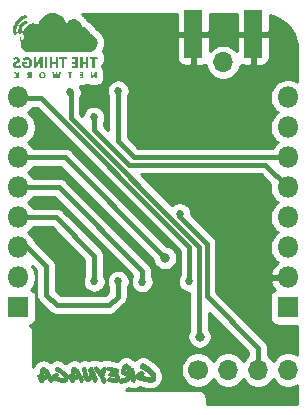
<source format=gbr>
G04 #@! TF.GenerationSoftware,KiCad,Pcbnew,5.1.5-52549c5~84~ubuntu18.04.1*
G04 #@! TF.CreationDate,2020-01-02T13:17:24-07:00*
G04 #@! TF.ProjectId,wemos-01,77656d6f-732d-4303-912e-6b696361645f,rev?*
G04 #@! TF.SameCoordinates,Original*
G04 #@! TF.FileFunction,Copper,L2,Bot*
G04 #@! TF.FilePolarity,Positive*
%FSLAX46Y46*%
G04 Gerber Fmt 4.6, Leading zero omitted, Abs format (unit mm)*
G04 Created by KiCad (PCBNEW 5.1.5-52549c5~84~ubuntu18.04.1) date 2020-01-02 13:17:24*
%MOMM*%
%LPD*%
G04 APERTURE LIST*
%ADD10C,0.100000*%
%ADD11C,0.010000*%
%ADD12R,1.524000X4.064000*%
%ADD13O,1.700000X1.700000*%
%ADD14C,1.700000*%
%ADD15O,1.800000X1.800000*%
%ADD16R,1.800000X1.800000*%
%ADD17C,0.685800*%
%ADD18C,0.800000*%
%ADD19C,0.400000*%
%ADD20C,0.254000*%
G04 APERTURE END LIST*
D10*
G36*
X127883485Y-84483293D02*
G01*
X127904975Y-84525111D01*
X127926465Y-84566929D01*
X127947955Y-84608747D01*
X127969445Y-84650565D01*
X127985054Y-84640764D01*
X128026364Y-84619202D01*
X128085098Y-84597639D01*
X128152980Y-84587838D01*
X128200062Y-84593356D01*
X128233422Y-84609328D01*
X128253279Y-84634884D01*
X128259849Y-84669151D01*
X128244458Y-84705198D01*
X128202930Y-84737977D01*
X128142235Y-84769450D01*
X128069344Y-84801576D01*
X127992459Y-84841434D01*
X127922980Y-84897409D01*
X127872668Y-84968195D01*
X127853283Y-85052485D01*
X127882215Y-85190717D01*
X127959281Y-85281904D01*
X128069888Y-85332144D01*
X128199445Y-85347535D01*
X128344320Y-85328296D01*
X128452387Y-85285969D01*
X128519942Y-85243643D01*
X128543283Y-85224404D01*
X128517147Y-85180262D01*
X128491011Y-85136121D01*
X128464874Y-85091980D01*
X128438738Y-85047838D01*
X128417901Y-85063810D01*
X128364394Y-85098949D01*
X128291721Y-85134088D01*
X128213384Y-85150060D01*
X128173091Y-85147991D01*
X128129748Y-85136992D01*
X128095117Y-85109876D01*
X128080960Y-85059454D01*
X128097912Y-85015930D01*
X128143397Y-84979593D01*
X128209355Y-84945434D01*
X128287728Y-84908444D01*
X128361999Y-84862633D01*
X128416667Y-84806803D01*
X128450427Y-84743132D01*
X128461970Y-84673798D01*
X128436088Y-84558326D01*
X128368170Y-84469644D01*
X128272808Y-84412761D01*
X128164596Y-84392687D01*
X128052065Y-84407824D01*
X127963056Y-84438861D01*
X127904540Y-84469462D01*
X127883485Y-84483293D01*
G37*
G36*
X128622273Y-85012990D02*
G01*
X128684746Y-85162911D01*
X128785771Y-85266222D01*
X128910753Y-85325973D01*
X129045101Y-85345212D01*
X129218690Y-85307750D01*
X129360480Y-85205818D01*
X129456096Y-85055098D01*
X129491162Y-84871273D01*
X129457402Y-84685487D01*
X129363965Y-84534985D01*
X129222611Y-84434142D01*
X129045101Y-84397333D01*
X128932751Y-84408260D01*
X128838043Y-84439442D01*
X128758582Y-84488484D01*
X128691970Y-84552990D01*
X128726238Y-84590742D01*
X128760505Y-84628495D01*
X128794773Y-84666247D01*
X128829041Y-84704000D01*
X128872093Y-84649585D01*
X128920808Y-84613684D01*
X128974751Y-84593900D01*
X129033485Y-84587838D01*
X129123692Y-84610272D01*
X129197563Y-84671475D01*
X129247477Y-84762298D01*
X129265808Y-84873596D01*
X129247477Y-84983187D01*
X129197563Y-85072523D01*
X129123692Y-85132672D01*
X129033485Y-85154707D01*
X128960122Y-85142800D01*
X128896124Y-85108242D01*
X128850857Y-85052775D01*
X128833687Y-84978141D01*
X128885960Y-84978141D01*
X128938233Y-84978141D01*
X128990505Y-84978141D01*
X129042778Y-84978141D01*
X129042778Y-84937485D01*
X129042778Y-84896828D01*
X129042778Y-84856172D01*
X129042778Y-84815515D01*
X128937071Y-84815515D01*
X128831364Y-84815515D01*
X128725657Y-84815515D01*
X128619950Y-84815515D01*
X128619950Y-84864884D01*
X128619950Y-84914252D01*
X128619950Y-84963621D01*
X128619950Y-85012990D01*
X128620531Y-85012990D01*
X128621112Y-85012990D01*
X128621692Y-85012990D01*
X128622273Y-85012990D01*
G37*
G36*
X130202071Y-85328949D02*
G01*
X130254344Y-85328949D01*
X130306616Y-85328949D01*
X130358889Y-85328949D01*
X130411162Y-85328949D01*
X130411162Y-85099530D01*
X130411162Y-84870111D01*
X130411162Y-84640692D01*
X130411162Y-84411273D01*
X130358889Y-84411273D01*
X130306616Y-84411273D01*
X130254344Y-84411273D01*
X130202071Y-84411273D01*
X130111465Y-84552990D01*
X130020859Y-84694707D01*
X129930253Y-84836424D01*
X129839647Y-84978141D01*
X129839066Y-84978141D01*
X129838485Y-84978141D01*
X129837904Y-84978141D01*
X129837323Y-84978141D01*
X129837323Y-84836424D01*
X129837323Y-84694707D01*
X129837323Y-84552990D01*
X129837323Y-84411273D01*
X129785051Y-84411273D01*
X129732778Y-84411273D01*
X129680505Y-84411273D01*
X129628233Y-84411273D01*
X129628233Y-84640692D01*
X129628233Y-84870111D01*
X129628233Y-85099530D01*
X129628233Y-85328949D01*
X129680505Y-85328949D01*
X129732778Y-85328949D01*
X129785051Y-85328949D01*
X129837323Y-85328949D01*
X129927930Y-85187232D01*
X130018536Y-85045515D01*
X130109142Y-84903798D01*
X130199748Y-84762081D01*
X130200328Y-84762081D01*
X130200909Y-84762081D01*
X130201490Y-84762081D01*
X130202071Y-84762081D01*
X130202071Y-84903798D01*
X130202071Y-85045515D01*
X130202071Y-85187232D01*
X130202071Y-85328949D01*
G37*
G36*
X130587727Y-85328949D02*
G01*
X130640000Y-85328949D01*
X130692273Y-85328949D01*
X130744546Y-85328949D01*
X130796818Y-85328949D01*
X130796818Y-85099530D01*
X130796818Y-84870111D01*
X130796818Y-84640692D01*
X130796818Y-84411273D01*
X130744546Y-84411273D01*
X130692273Y-84411273D01*
X130640000Y-84411273D01*
X130587727Y-84411273D01*
X130587727Y-84640692D01*
X130587727Y-84870111D01*
X130587727Y-85099530D01*
X130587727Y-85328949D01*
G37*
G36*
X131479848Y-85328949D02*
G01*
X131532121Y-85328949D01*
X131584394Y-85328949D01*
X131636667Y-85328949D01*
X131688939Y-85328949D01*
X131688939Y-85099530D01*
X131688939Y-84870111D01*
X131688939Y-84640692D01*
X131688939Y-84411273D01*
X131636667Y-84411273D01*
X131584394Y-84411273D01*
X131532121Y-84411273D01*
X131479848Y-84411273D01*
X131479848Y-84503040D01*
X131479848Y-84594808D01*
X131479848Y-84686576D01*
X131479848Y-84778343D01*
X131406086Y-84778343D01*
X131332323Y-84778343D01*
X131258561Y-84778343D01*
X131184798Y-84778343D01*
X131184798Y-84686576D01*
X131184798Y-84594808D01*
X131184798Y-84503040D01*
X131184798Y-84411273D01*
X131132525Y-84411273D01*
X131080253Y-84411273D01*
X131027980Y-84411273D01*
X130975707Y-84411273D01*
X130975707Y-84640692D01*
X130975707Y-84870111D01*
X130975707Y-85099530D01*
X130975707Y-85328949D01*
X131027980Y-85328949D01*
X131080253Y-85328949D01*
X131132525Y-85328949D01*
X131184798Y-85328949D01*
X131184798Y-85236601D01*
X131184798Y-85144252D01*
X131184798Y-85051904D01*
X131184798Y-84959555D01*
X131258561Y-84959555D01*
X131332323Y-84959555D01*
X131406086Y-84959555D01*
X131479848Y-84959555D01*
X131479848Y-85051904D01*
X131479848Y-85144252D01*
X131479848Y-85236601D01*
X131479848Y-85328949D01*
G37*
G36*
X132453283Y-84411273D02*
G01*
X132292399Y-84411273D01*
X132131515Y-84411273D01*
X131970631Y-84411273D01*
X131809747Y-84411273D01*
X131809747Y-84457156D01*
X131809747Y-84503040D01*
X131809747Y-84548924D01*
X131809747Y-84594808D01*
X131864343Y-84594808D01*
X131918939Y-84594808D01*
X131973535Y-84594808D01*
X132028131Y-84594808D01*
X132028131Y-84777762D01*
X132028131Y-84960717D01*
X132028131Y-85143671D01*
X132028131Y-85326626D01*
X132080404Y-85326626D01*
X132132677Y-85326626D01*
X132184949Y-85326626D01*
X132237222Y-85326626D01*
X132237222Y-85143671D01*
X132237222Y-84960717D01*
X132237222Y-84777762D01*
X132237222Y-84594808D01*
X132291818Y-84594808D01*
X132346414Y-84594808D01*
X132401010Y-84594808D01*
X132455606Y-84594808D01*
X132455025Y-84548924D01*
X132454444Y-84503040D01*
X132453863Y-84457156D01*
X132453283Y-84411273D01*
G37*
G36*
X132855202Y-84597131D02*
G01*
X132933611Y-84597131D01*
X133012020Y-84597131D01*
X133090429Y-84597131D01*
X133168838Y-84597131D01*
X133168838Y-84642434D01*
X133168838Y-84687737D01*
X133168838Y-84733040D01*
X133168838Y-84778343D01*
X133093333Y-84778343D01*
X133017828Y-84778343D01*
X132942323Y-84778343D01*
X132866818Y-84778343D01*
X132866818Y-84824227D01*
X132866818Y-84870111D01*
X132866818Y-84915995D01*
X132866818Y-84961879D01*
X132942323Y-84961879D01*
X133017828Y-84961879D01*
X133093333Y-84961879D01*
X133168838Y-84961879D01*
X133168838Y-85007762D01*
X133168838Y-85053646D01*
X133168838Y-85099530D01*
X133168838Y-85145414D01*
X133089848Y-85145414D01*
X133010858Y-85145414D01*
X132931868Y-85145414D01*
X132852879Y-85145414D01*
X132852879Y-85191298D01*
X132852879Y-85237182D01*
X132852879Y-85283065D01*
X132852879Y-85328949D01*
X132984722Y-85328949D01*
X133116565Y-85328949D01*
X133248409Y-85328949D01*
X133380252Y-85328949D01*
X133380252Y-85099530D01*
X133380252Y-84870111D01*
X133380252Y-84640692D01*
X133380252Y-84411273D01*
X133248990Y-84411273D01*
X133117727Y-84411273D01*
X132986464Y-84411273D01*
X132855202Y-84411273D01*
X132855202Y-84457737D01*
X132855202Y-84504202D01*
X132855202Y-84550667D01*
X132855202Y-84597131D01*
G37*
G36*
X134060959Y-85328949D02*
G01*
X134113232Y-85328949D01*
X134165505Y-85328949D01*
X134217777Y-85328949D01*
X134270050Y-85328949D01*
X134270050Y-85099530D01*
X134270050Y-84870111D01*
X134270050Y-84640692D01*
X134270050Y-84411273D01*
X134217777Y-84411273D01*
X134165505Y-84411273D01*
X134113232Y-84411273D01*
X134060959Y-84411273D01*
X134060959Y-84503040D01*
X134060959Y-84594808D01*
X134060959Y-84686576D01*
X134060959Y-84778343D01*
X133987197Y-84778343D01*
X133913434Y-84778343D01*
X133839671Y-84778343D01*
X133765909Y-84778343D01*
X133765909Y-84686576D01*
X133765909Y-84594808D01*
X133765909Y-84503040D01*
X133765909Y-84411273D01*
X133713636Y-84411273D01*
X133661363Y-84411273D01*
X133609091Y-84411273D01*
X133556818Y-84411273D01*
X133556818Y-84640692D01*
X133556818Y-84870111D01*
X133556818Y-85099530D01*
X133556818Y-85328949D01*
X133609091Y-85328949D01*
X133661363Y-85328949D01*
X133713636Y-85328949D01*
X133765909Y-85328949D01*
X133765909Y-85236601D01*
X133765909Y-85144252D01*
X133765909Y-85051904D01*
X133765909Y-84959555D01*
X133839671Y-84959555D01*
X133913434Y-84959555D01*
X133987197Y-84959555D01*
X134060959Y-84959555D01*
X134060959Y-85051904D01*
X134060959Y-85144252D01*
X134060959Y-85236601D01*
X134060959Y-85328949D01*
G37*
G36*
X135034393Y-84411273D02*
G01*
X134873510Y-84411273D01*
X134712626Y-84411273D01*
X134551742Y-84411273D01*
X134390858Y-84411273D01*
X134390858Y-84457156D01*
X134390858Y-84503040D01*
X134390858Y-84548924D01*
X134390858Y-84594808D01*
X134445454Y-84594808D01*
X134500050Y-84594808D01*
X134554646Y-84594808D01*
X134609242Y-84594808D01*
X134609242Y-84777762D01*
X134609242Y-84960717D01*
X134609242Y-85143671D01*
X134609242Y-85326626D01*
X134661515Y-85326626D01*
X134713787Y-85326626D01*
X134766060Y-85326626D01*
X134818333Y-85326626D01*
X134818333Y-85143671D01*
X134818333Y-84960717D01*
X134818333Y-84777762D01*
X134818333Y-84594808D01*
X134872929Y-84594808D01*
X134927525Y-84594808D01*
X134982121Y-84594808D01*
X135036717Y-84594808D01*
X135036136Y-84548924D01*
X135035555Y-84503040D01*
X135034974Y-84457156D01*
X135034393Y-84411273D01*
G37*
G36*
X128078637Y-86197838D02*
G01*
X128129748Y-86139176D01*
X128180859Y-86080515D01*
X128231970Y-86021853D01*
X128283081Y-85963192D01*
X128283081Y-86021853D01*
X128283081Y-86080515D01*
X128283081Y-86139176D01*
X128283081Y-86197838D01*
X128314445Y-86197838D01*
X128345809Y-86197838D01*
X128377172Y-86197838D01*
X128408536Y-86197838D01*
X128408536Y-86060187D01*
X128408536Y-85922535D01*
X128408536Y-85784884D01*
X128408536Y-85647232D01*
X128377172Y-85647232D01*
X128345809Y-85647232D01*
X128314445Y-85647232D01*
X128283081Y-85647232D01*
X128283081Y-85704151D01*
X128283081Y-85761070D01*
X128283081Y-85817990D01*
X128283081Y-85874909D01*
X128235455Y-85817990D01*
X128187829Y-85761070D01*
X128140202Y-85704151D01*
X128092576Y-85647232D01*
X128054243Y-85647232D01*
X128015910Y-85647232D01*
X127977576Y-85647232D01*
X127939243Y-85647232D01*
X127995581Y-85712283D01*
X128051920Y-85777333D01*
X128108258Y-85842384D01*
X128164596Y-85907434D01*
X128100708Y-85980035D01*
X128036819Y-86052636D01*
X127972930Y-86125237D01*
X127909041Y-86197838D01*
X127951440Y-86197838D01*
X127993839Y-86197838D01*
X128036238Y-86197838D01*
X128078637Y-86197838D01*
G37*
G36*
X129256515Y-85644909D02*
G01*
X129221812Y-85774828D01*
X129246061Y-85752649D01*
X129279022Y-85743973D01*
X129314596Y-85742485D01*
X129318081Y-85742485D01*
X129321566Y-85742485D01*
X129325051Y-85742485D01*
X129328536Y-85742485D01*
X129328536Y-85778495D01*
X129328536Y-85814505D01*
X129328536Y-85850515D01*
X129328536Y-85886525D01*
X129325051Y-85886525D01*
X129321566Y-85886525D01*
X129318081Y-85886525D01*
X129314596Y-85886525D01*
X129314596Y-85887687D01*
X129314596Y-85888848D01*
X129314596Y-85890010D01*
X129362803Y-85891752D01*
X129326249Y-85890264D01*
X129293397Y-85881588D01*
X129269693Y-85859408D01*
X129212374Y-85816828D01*
X129221812Y-85774828D01*
X129256515Y-85644909D01*
X129185076Y-85655327D01*
X129127576Y-85686437D01*
X129089243Y-85738020D01*
X129075303Y-85809858D01*
X129083616Y-85866233D01*
X129106957Y-85912371D01*
X129142931Y-85946747D01*
X129189142Y-85967838D01*
X129141515Y-86025338D01*
X129093889Y-86082838D01*
X129046263Y-86140338D01*
X128998637Y-86197838D01*
X129038132Y-86197838D01*
X129077627Y-86197838D01*
X129117122Y-86197838D01*
X129156616Y-86197838D01*
X129198435Y-86143242D01*
X129240253Y-86088646D01*
X129282071Y-86034050D01*
X129323889Y-85979454D01*
X129323889Y-86034050D01*
X129323889Y-86088646D01*
X129323889Y-86143242D01*
X129323889Y-86197838D01*
X129355253Y-86197838D01*
X129386616Y-86197838D01*
X129417980Y-86197838D01*
X129449344Y-86197838D01*
X129449344Y-86060187D01*
X129449344Y-85922535D01*
X129449344Y-85784884D01*
X129449344Y-85647232D01*
X129401137Y-85646651D01*
X129352930Y-85646070D01*
X129304723Y-85645490D01*
X129256515Y-85644909D01*
G37*
G36*
X130355404Y-85635616D02*
G01*
X130248826Y-85806954D01*
X130293076Y-85768766D01*
X130355404Y-85754101D01*
X130418712Y-85768113D01*
X130462854Y-85805212D01*
X130488700Y-85857993D01*
X130497121Y-85919050D01*
X130489353Y-85980108D01*
X130464596Y-86032889D01*
X130420672Y-86069988D01*
X130355404Y-86084000D01*
X130291116Y-86069988D01*
X130247083Y-86032889D01*
X130221782Y-85980108D01*
X130213687Y-85919050D01*
X130222436Y-85859953D01*
X130248826Y-85806954D01*
X130355404Y-85635616D01*
X130247156Y-85657687D01*
X130158510Y-85718091D01*
X130098614Y-85808116D01*
X130076616Y-85919050D01*
X130097634Y-86032308D01*
X130155897Y-86122914D01*
X130244216Y-86183027D01*
X130355404Y-86204808D01*
X130468553Y-86182701D01*
X130556654Y-86122043D01*
X130613828Y-86031328D01*
X130634192Y-85919050D01*
X130612194Y-85807136D01*
X130552298Y-85717219D01*
X130463652Y-85657360D01*
X130355404Y-85635616D01*
G37*
G36*
X131570455Y-85888848D02*
G01*
X131592525Y-85966096D01*
X131614596Y-86043343D01*
X131636667Y-86120591D01*
X131658737Y-86197838D01*
X131693586Y-86197838D01*
X131728434Y-86197838D01*
X131763283Y-86197838D01*
X131798131Y-86197838D01*
X131837045Y-86060187D01*
X131875960Y-85922535D01*
X131914874Y-85784884D01*
X131953788Y-85647232D01*
X131919520Y-85647232D01*
X131885252Y-85647232D01*
X131850985Y-85647232D01*
X131816717Y-85647232D01*
X131793485Y-85742485D01*
X131770252Y-85837737D01*
X131747020Y-85932990D01*
X131723788Y-86028242D01*
X131723207Y-86028242D01*
X131722626Y-86028242D01*
X131722045Y-86028242D01*
X131721465Y-86028242D01*
X131696490Y-85932990D01*
X131671515Y-85837737D01*
X131646540Y-85742485D01*
X131621566Y-85647232D01*
X131598333Y-85647232D01*
X131575101Y-85647232D01*
X131551869Y-85647232D01*
X131528636Y-85647232D01*
X131503662Y-85742485D01*
X131478687Y-85837737D01*
X131453712Y-85932990D01*
X131428737Y-86028242D01*
X131426414Y-86028242D01*
X131424091Y-86028242D01*
X131421768Y-86028242D01*
X131419444Y-86028242D01*
X131396212Y-85932990D01*
X131372980Y-85837737D01*
X131349747Y-85742485D01*
X131326515Y-85647232D01*
X131291667Y-85647232D01*
X131256818Y-85647232D01*
X131221970Y-85647232D01*
X131187121Y-85647232D01*
X131226035Y-85784884D01*
X131264950Y-85922535D01*
X131303864Y-86060187D01*
X131342778Y-86197838D01*
X131377626Y-86197838D01*
X131412475Y-86197838D01*
X131447323Y-86197838D01*
X131482172Y-86197838D01*
X131504242Y-86120591D01*
X131526313Y-86043343D01*
X131548384Y-85966096D01*
X131570455Y-85888848D01*
G37*
G36*
X132910959Y-85644909D02*
G01*
X132813964Y-85644909D01*
X132716970Y-85644909D01*
X132619975Y-85644909D01*
X132522980Y-85644909D01*
X132522980Y-85672788D01*
X132522980Y-85700666D01*
X132522980Y-85728545D01*
X132522980Y-85756424D01*
X132555505Y-85756424D01*
X132588030Y-85756424D01*
X132620555Y-85756424D01*
X132653081Y-85756424D01*
X132653081Y-85866197D01*
X132653081Y-85975969D01*
X132653081Y-86085742D01*
X132653081Y-86195515D01*
X132684444Y-86195515D01*
X132715808Y-86195515D01*
X132747172Y-86195515D01*
X132778535Y-86195515D01*
X132778535Y-86085742D01*
X132778535Y-85975969D01*
X132778535Y-85866197D01*
X132778535Y-85756424D01*
X132811060Y-85756424D01*
X132843586Y-85756424D01*
X132876111Y-85756424D01*
X132908636Y-85756424D01*
X132909217Y-85728545D01*
X132909798Y-85700666D01*
X132910379Y-85672788D01*
X132910959Y-85644909D01*
G37*
G36*
X133515000Y-85754101D02*
G01*
X133562626Y-85754101D01*
X133610252Y-85754101D01*
X133657878Y-85754101D01*
X133705505Y-85754101D01*
X133705505Y-85780818D01*
X133705505Y-85807535D01*
X133705505Y-85834252D01*
X133705505Y-85860969D01*
X133660202Y-85860969D01*
X133614899Y-85860969D01*
X133569596Y-85860969D01*
X133524293Y-85860969D01*
X133524293Y-85888848D01*
X133524293Y-85916727D01*
X133524293Y-85944606D01*
X133524293Y-85972484D01*
X133569596Y-85972484D01*
X133614899Y-85972484D01*
X133660202Y-85972484D01*
X133705505Y-85972484D01*
X133705505Y-86000363D01*
X133705505Y-86028242D01*
X133705505Y-86056121D01*
X133705505Y-86084000D01*
X133657878Y-86084000D01*
X133610252Y-86084000D01*
X133562626Y-86084000D01*
X133515000Y-86084000D01*
X133515000Y-86111878D01*
X133515000Y-86139757D01*
X133515000Y-86167636D01*
X133515000Y-86195515D01*
X133593990Y-86195515D01*
X133672979Y-86195515D01*
X133751969Y-86195515D01*
X133830959Y-86195515D01*
X133830959Y-86057863D01*
X133830959Y-85920212D01*
X133830959Y-85782560D01*
X133830959Y-85644909D01*
X133751969Y-85644909D01*
X133672979Y-85644909D01*
X133593990Y-85644909D01*
X133515000Y-85644909D01*
X133515000Y-85672207D01*
X133515000Y-85699505D01*
X133515000Y-85726803D01*
X133515000Y-85754101D01*
G37*
G36*
X134827626Y-86197838D02*
G01*
X134858989Y-86197838D01*
X134890353Y-86197838D01*
X134921717Y-86197838D01*
X134953080Y-86197838D01*
X134953080Y-86060187D01*
X134953080Y-85922535D01*
X134953080Y-85784884D01*
X134953080Y-85647232D01*
X134921717Y-85647232D01*
X134890353Y-85647232D01*
X134858989Y-85647232D01*
X134827626Y-85647232D01*
X134772449Y-85733192D01*
X134717272Y-85819151D01*
X134662096Y-85905111D01*
X134606919Y-85991070D01*
X134606919Y-85905111D01*
X134606919Y-85819151D01*
X134606919Y-85733192D01*
X134606919Y-85647232D01*
X134575555Y-85647232D01*
X134544191Y-85647232D01*
X134512828Y-85647232D01*
X134481464Y-85647232D01*
X134481464Y-85784884D01*
X134481464Y-85922535D01*
X134481464Y-86060187D01*
X134481464Y-86197838D01*
X134512828Y-86197838D01*
X134544191Y-86197838D01*
X134575555Y-86197838D01*
X134606919Y-86197838D01*
X134662096Y-86111878D01*
X134717272Y-86025919D01*
X134772449Y-85939959D01*
X134827626Y-85854000D01*
X134827626Y-85939959D01*
X134827626Y-86025919D01*
X134827626Y-86111878D01*
X134827626Y-86197838D01*
G37*
G36*
X128529344Y-83228748D02*
G01*
X128202603Y-81841851D01*
X128167210Y-82022990D01*
X128163616Y-82207614D01*
X128192475Y-82390061D01*
X128193165Y-82440409D01*
X128173599Y-82486184D01*
X128137916Y-82521069D01*
X128090253Y-82538748D01*
X128042772Y-82542741D01*
X127997905Y-82528874D01*
X127960878Y-82500196D01*
X127936920Y-82459758D01*
X127898187Y-82172947D01*
X127923271Y-81883306D01*
X128009775Y-81605426D01*
X128155303Y-81353899D01*
X128155304Y-81353900D01*
X128302902Y-81186808D01*
X128477071Y-81046942D01*
X128672150Y-80938005D01*
X128882475Y-80863697D01*
X128930827Y-80863516D01*
X128974824Y-80881412D01*
X129009236Y-80913683D01*
X129028839Y-80956627D01*
X129035990Y-81007520D01*
X129021579Y-81057106D01*
X128989308Y-81097110D01*
X128942879Y-81119253D01*
X128733716Y-81199731D01*
X128546768Y-81322245D01*
X128389442Y-81480915D01*
X128269142Y-81669859D01*
X128202603Y-81841851D01*
X128529344Y-83228748D01*
X128529344Y-82415616D01*
X128481173Y-82419537D01*
X128434963Y-82405162D01*
X128397029Y-82375105D01*
X128373687Y-82331980D01*
X128345954Y-82150514D01*
X128359167Y-81967523D01*
X128411585Y-81791937D01*
X128501465Y-81632687D01*
X128598859Y-81521898D01*
X128714331Y-81429404D01*
X128844178Y-81359562D01*
X128984697Y-81316728D01*
X129053741Y-81326565D01*
X129104925Y-81372776D01*
X129129101Y-81438588D01*
X129117122Y-81507233D01*
X129101295Y-81532861D01*
X129079369Y-81553697D01*
X129053087Y-81569306D01*
X129024192Y-81579253D01*
X128915109Y-81620599D01*
X128817134Y-81683508D01*
X128734405Y-81765148D01*
X128671061Y-81862687D01*
X128633163Y-81958448D01*
X128613561Y-82059000D01*
X128612254Y-82161295D01*
X128629243Y-82262283D01*
X128631276Y-82313031D01*
X128612399Y-82359859D01*
X128576970Y-82396232D01*
X128529344Y-82415616D01*
X128529344Y-83228748D01*
X128531740Y-83375910D01*
X128562450Y-83515667D01*
X128568214Y-83532464D01*
X128574398Y-83549091D01*
X128580999Y-83565544D01*
X128588015Y-83581815D01*
X128595442Y-83597899D01*
X128603278Y-83613790D01*
X128611521Y-83629482D01*
X128620168Y-83644969D01*
X128629216Y-83660245D01*
X128638664Y-83675304D01*
X128648508Y-83690140D01*
X128658746Y-83704747D01*
X128669375Y-83719119D01*
X128680394Y-83733251D01*
X128691798Y-83747135D01*
X128703586Y-83760768D01*
X128716633Y-83774938D01*
X128730066Y-83788697D01*
X128743879Y-83802043D01*
X128758064Y-83814973D01*
X128772613Y-83827485D01*
X128787519Y-83839575D01*
X128802773Y-83851241D01*
X128818368Y-83862482D01*
X128834297Y-83873293D01*
X128850552Y-83883673D01*
X128867125Y-83893619D01*
X128884009Y-83903129D01*
X128901195Y-83912200D01*
X128918677Y-83920829D01*
X128936446Y-83929014D01*
X128954495Y-83936752D01*
X128972817Y-83944042D01*
X128991403Y-83950879D01*
X129010246Y-83957262D01*
X129029338Y-83963188D01*
X129048672Y-83968655D01*
X129068239Y-83973660D01*
X129088034Y-83978200D01*
X129108046Y-83982273D01*
X129128270Y-83985877D01*
X129148697Y-83989008D01*
X129169320Y-83991665D01*
X129190131Y-83993844D01*
X129211122Y-83995544D01*
X129232286Y-83996761D01*
X129253615Y-83997492D01*
X129275101Y-83997738D01*
X129430685Y-83997738D01*
X129586269Y-83997738D01*
X129741853Y-83997738D01*
X129897437Y-83997738D01*
X130053021Y-83997738D01*
X130208605Y-83997738D01*
X130364189Y-83997738D01*
X130519773Y-83997738D01*
X130675357Y-83997738D01*
X130830941Y-83997738D01*
X130986525Y-83997738D01*
X131142109Y-83997738D01*
X131297693Y-83997738D01*
X131453277Y-83997738D01*
X131608860Y-83997738D01*
X131764444Y-83997738D01*
X131920028Y-83997738D01*
X132075612Y-83997738D01*
X132231196Y-83997738D01*
X132386780Y-83997738D01*
X132542364Y-83997738D01*
X132697948Y-83997738D01*
X132853532Y-83997738D01*
X133009116Y-83997738D01*
X133164700Y-83997738D01*
X133320284Y-83997738D01*
X133475868Y-83997738D01*
X133631452Y-83997738D01*
X133787036Y-83997738D01*
X133942620Y-83997738D01*
X134098204Y-83997738D01*
X134253787Y-83997738D01*
X134254006Y-83997738D01*
X134254223Y-83997738D01*
X134254441Y-83997738D01*
X134254660Y-83997738D01*
X134254878Y-83997738D01*
X134255097Y-83997738D01*
X134255314Y-83997738D01*
X134255532Y-83997738D01*
X134255751Y-83997738D01*
X134255969Y-83997738D01*
X134256187Y-83997738D01*
X134256405Y-83997738D01*
X134256623Y-83997738D01*
X134256841Y-83997738D01*
X134257060Y-83997738D01*
X134257278Y-83997738D01*
X134257495Y-83997738D01*
X134257714Y-83997738D01*
X134257932Y-83997738D01*
X134258151Y-83997738D01*
X134258369Y-83997738D01*
X134258586Y-83997738D01*
X134258805Y-83997738D01*
X134259023Y-83997738D01*
X134259241Y-83997738D01*
X134259460Y-83997738D01*
X134259677Y-83997738D01*
X134259895Y-83997738D01*
X134260114Y-83997738D01*
X134260332Y-83997738D01*
X134260550Y-83997738D01*
X134260768Y-83997738D01*
X134260837Y-83997738D01*
X134260907Y-83997738D01*
X134260977Y-83997738D01*
X134261046Y-83997738D01*
X134261116Y-83997738D01*
X134261186Y-83997738D01*
X134261256Y-83997738D01*
X134261325Y-83997738D01*
X134261395Y-83997738D01*
X134261465Y-83997738D01*
X134261534Y-83997738D01*
X134261604Y-83997738D01*
X134261674Y-83997738D01*
X134261743Y-83997738D01*
X134261813Y-83997738D01*
X134261883Y-83997738D01*
X134261952Y-83997738D01*
X134262022Y-83997738D01*
X134262092Y-83997738D01*
X134262162Y-83997738D01*
X134262231Y-83997738D01*
X134262301Y-83997738D01*
X134262371Y-83997738D01*
X134262440Y-83997738D01*
X134262510Y-83997738D01*
X134262580Y-83997738D01*
X134262649Y-83997738D01*
X134262719Y-83997738D01*
X134262789Y-83997738D01*
X134262859Y-83997738D01*
X134262928Y-83997738D01*
X134262998Y-83997738D01*
X134263143Y-83997738D01*
X134263288Y-83997738D01*
X134263434Y-83997738D01*
X134263579Y-83997738D01*
X134263724Y-83997738D01*
X134263869Y-83997738D01*
X134264014Y-83997738D01*
X134264160Y-83997738D01*
X134264305Y-83997738D01*
X134264450Y-83997738D01*
X134264595Y-83997738D01*
X134264740Y-83997738D01*
X134264886Y-83997738D01*
X134265031Y-83997738D01*
X134265176Y-83997738D01*
X134265321Y-83997738D01*
X134265466Y-83997738D01*
X134265612Y-83997738D01*
X134265757Y-83997738D01*
X134265902Y-83997738D01*
X134266047Y-83997738D01*
X134266192Y-83997738D01*
X134266338Y-83997738D01*
X134266483Y-83997738D01*
X134266628Y-83997738D01*
X134266773Y-83997738D01*
X134266918Y-83997738D01*
X134267064Y-83997738D01*
X134267209Y-83997738D01*
X134267354Y-83997738D01*
X134267499Y-83997738D01*
X134267727Y-83997738D01*
X134286641Y-83997296D01*
X134305479Y-83996407D01*
X134324237Y-83995075D01*
X134342905Y-83993300D01*
X134361479Y-83991087D01*
X134379950Y-83988437D01*
X134398312Y-83985354D01*
X134416559Y-83981838D01*
X134434683Y-83977895D01*
X134452678Y-83973525D01*
X134470537Y-83968731D01*
X134488252Y-83963516D01*
X134505818Y-83957882D01*
X134523228Y-83951833D01*
X134540474Y-83945370D01*
X134557550Y-83938496D01*
X134574449Y-83931213D01*
X134591164Y-83923525D01*
X134607689Y-83915434D01*
X134624016Y-83906941D01*
X134640139Y-83898051D01*
X134656052Y-83888765D01*
X134671746Y-83879086D01*
X134687215Y-83869017D01*
X134702454Y-83858559D01*
X134717454Y-83847716D01*
X134732209Y-83836490D01*
X134746712Y-83824884D01*
X134760956Y-83812900D01*
X134774936Y-83800541D01*
X134788642Y-83787810D01*
X134802070Y-83774707D01*
X134816023Y-83760619D01*
X134829566Y-83746239D01*
X134842696Y-83731574D01*
X134855414Y-83716631D01*
X134867716Y-83701417D01*
X134879601Y-83685940D01*
X134891068Y-83670207D01*
X134902114Y-83654226D01*
X134912739Y-83638002D01*
X134922940Y-83621544D01*
X134932715Y-83604859D01*
X134942063Y-83587955D01*
X134950983Y-83570837D01*
X134959472Y-83553514D01*
X134967528Y-83535993D01*
X134975151Y-83518280D01*
X135020309Y-83370573D01*
X135036717Y-83214808D01*
X135024524Y-83071417D01*
X134989272Y-82937146D01*
X134932947Y-82814146D01*
X134857537Y-82704568D01*
X134765030Y-82610564D01*
X134657413Y-82534283D01*
X134536673Y-82477876D01*
X134404798Y-82443495D01*
X134375725Y-82323781D01*
X134326425Y-82211499D01*
X134258883Y-82108419D01*
X134175088Y-82016311D01*
X134077027Y-81936944D01*
X133966687Y-81872089D01*
X133846056Y-81823514D01*
X133717121Y-81792990D01*
X133707329Y-81744456D01*
X133693671Y-81696576D01*
X133676201Y-81649567D01*
X133654974Y-81603647D01*
X133630045Y-81559033D01*
X133601468Y-81515945D01*
X133569296Y-81474599D01*
X133533586Y-81435212D01*
X133477265Y-81382540D01*
X133416698Y-81336185D01*
X133285000Y-81263293D01*
X133142847Y-81218281D01*
X132994596Y-81202889D01*
X132808411Y-81227937D01*
X132722002Y-81258021D01*
X132641174Y-81298723D01*
X132566772Y-81349226D01*
X132499638Y-81408713D01*
X132440618Y-81476368D01*
X132390555Y-81551374D01*
X132322737Y-81368229D01*
X132227421Y-81200493D01*
X132107384Y-81050944D01*
X131965404Y-80922359D01*
X131804257Y-80817514D01*
X131626720Y-80739187D01*
X131435571Y-80690154D01*
X131233586Y-80673192D01*
X131013246Y-80693493D01*
X130806002Y-80751964D01*
X130615584Y-80844957D01*
X130445720Y-80968824D01*
X130300141Y-81119915D01*
X130182578Y-81294584D01*
X130096759Y-81489182D01*
X130046414Y-81700061D01*
X129928864Y-81627129D01*
X129804290Y-81577474D01*
X129543435Y-81548760D01*
X129282579Y-81615444D01*
X129040455Y-81779051D01*
X129048586Y-81772081D01*
X129056718Y-81765111D01*
X129064849Y-81758142D01*
X129072980Y-81751172D01*
X128920409Y-81908861D01*
X128821200Y-82082233D01*
X128769472Y-82260831D01*
X128759344Y-82434202D01*
X128771505Y-82530398D01*
X128797387Y-82620061D01*
X128836773Y-82702753D01*
X128889445Y-82778040D01*
X128834377Y-82800656D01*
X128783447Y-82830023D01*
X128735567Y-82865924D01*
X128689647Y-82908141D01*
X128631965Y-82974644D01*
X128585392Y-83048116D01*
X128551451Y-83127687D01*
X128531667Y-83212485D01*
X128531632Y-83216006D01*
X128531378Y-83219745D01*
X128530688Y-83223919D01*
X128529345Y-83228748D01*
X128529345Y-83225154D01*
X128529345Y-83224392D01*
X128529345Y-83225807D01*
X128529345Y-83228748D01*
X128529344Y-83228748D01*
G37*
D11*
G36*
X137376746Y-110361171D02*
G01*
X137293408Y-110414287D01*
X137210742Y-110493836D01*
X137134104Y-110592471D01*
X137068850Y-110702845D01*
X137020337Y-110817612D01*
X136993924Y-110929426D01*
X136990666Y-110979153D01*
X136993485Y-111044002D01*
X137007034Y-111090116D01*
X137038956Y-111134341D01*
X137080625Y-111177470D01*
X137139614Y-111228562D01*
X137208312Y-111270882D01*
X137298911Y-111311190D01*
X137368835Y-111337212D01*
X137458348Y-111369771D01*
X137513321Y-111392529D01*
X137539390Y-111409039D01*
X137542187Y-111422855D01*
X137527585Y-111437350D01*
X137430100Y-111496605D01*
X137309956Y-111542804D01*
X137157799Y-111579493D01*
X137147231Y-111581510D01*
X137058766Y-111599442D01*
X136983303Y-111617031D01*
X136932732Y-111631415D01*
X136921875Y-111635761D01*
X136897516Y-111642417D01*
X136886960Y-111623196D01*
X136884833Y-111576516D01*
X136873830Y-111511390D01*
X136843051Y-111420793D01*
X136800166Y-111323587D01*
X136755255Y-111228018D01*
X136728562Y-111162175D01*
X136718162Y-111118552D01*
X136722128Y-111089642D01*
X136735361Y-111071024D01*
X136749332Y-111039740D01*
X136763161Y-110981953D01*
X136769560Y-110941884D01*
X136776156Y-110876095D01*
X136771417Y-110837853D01*
X136751789Y-110813095D01*
X136733824Y-110800430D01*
X136683512Y-110777591D01*
X136600452Y-110750578D01*
X136493741Y-110721618D01*
X136372478Y-110692937D01*
X136245762Y-110666761D01*
X136122691Y-110645317D01*
X136067269Y-110637317D01*
X135975801Y-110625761D01*
X135916302Y-110621001D01*
X135878836Y-110623847D01*
X135853463Y-110635106D01*
X135830248Y-110655587D01*
X135829144Y-110656688D01*
X135790472Y-110688920D01*
X135763000Y-110701666D01*
X135747998Y-110720024D01*
X135741833Y-110763630D01*
X135761846Y-110830512D01*
X135821549Y-110883725D01*
X135920444Y-110922897D01*
X135970661Y-110934510D01*
X136058820Y-110953903D01*
X136147946Y-110976704D01*
X136186333Y-110987899D01*
X136258092Y-111008911D01*
X136323148Y-111025728D01*
X136339791Y-111029391D01*
X136384665Y-111049682D01*
X136398000Y-111075406D01*
X136392811Y-111092699D01*
X136371562Y-111101150D01*
X136325727Y-111101870D01*
X136246780Y-111095967D01*
X136242805Y-111095609D01*
X136087610Y-111081545D01*
X136009972Y-111154768D01*
X135964939Y-111203350D01*
X135936923Y-111245340D01*
X135932333Y-111260733D01*
X135949469Y-111287975D01*
X135993936Y-111325352D01*
X136043458Y-111357206D01*
X136108130Y-111391069D01*
X136165410Y-111410404D01*
X136232158Y-111419122D01*
X136318936Y-111421134D01*
X136401916Y-111421944D01*
X136453616Y-111426589D01*
X136485089Y-111438766D01*
X136507387Y-111462172D01*
X136525232Y-111490125D01*
X136552488Y-111538623D01*
X136566681Y-111571285D01*
X136567254Y-111574791D01*
X136547802Y-111585667D01*
X136494807Y-111590140D01*
X136416520Y-111588530D01*
X136321194Y-111581160D01*
X136217081Y-111568351D01*
X136157404Y-111558816D01*
X135974762Y-111526966D01*
X135901662Y-111604467D01*
X135857204Y-111658382D01*
X135844599Y-111700809D01*
X135864765Y-111743849D01*
X135916316Y-111797452D01*
X135976437Y-111833056D01*
X136074488Y-111864902D01*
X136206156Y-111891958D01*
X136367125Y-111913191D01*
X136421731Y-111918380D01*
X136578669Y-111921301D01*
X136701685Y-111899630D01*
X136791420Y-111853220D01*
X136818262Y-111827554D01*
X136850519Y-111792343D01*
X136861853Y-111788024D01*
X136858481Y-111813001D01*
X136857480Y-111817465D01*
X136865823Y-111874369D01*
X136896582Y-111918007D01*
X136963122Y-111958746D01*
X137060235Y-111970677D01*
X137187482Y-111953807D01*
X137339916Y-111909715D01*
X137522028Y-111839347D01*
X137670594Y-111766692D01*
X137777380Y-111696500D01*
X136884833Y-111696500D01*
X136877089Y-111713922D01*
X136870722Y-111710611D01*
X136868189Y-111685491D01*
X136870722Y-111682388D01*
X136883306Y-111685294D01*
X136884833Y-111696500D01*
X137777380Y-111696500D01*
X137781490Y-111693799D01*
X137791982Y-111685207D01*
X137834040Y-111651202D01*
X137853124Y-111643388D01*
X137858297Y-111660277D01*
X137858500Y-111674294D01*
X137867938Y-111721218D01*
X137891469Y-111782949D01*
X137900351Y-111801388D01*
X137952410Y-111869085D01*
X138017413Y-111901704D01*
X138087645Y-111896500D01*
X138120742Y-111879897D01*
X138163259Y-111830817D01*
X138195047Y-111753883D01*
X138212144Y-111663029D01*
X138210586Y-111572192D01*
X138209773Y-111566797D01*
X138195769Y-111479220D01*
X138270837Y-111545131D01*
X138319305Y-111585379D01*
X138367079Y-111618070D01*
X138421956Y-111646556D01*
X138491735Y-111674186D01*
X138584215Y-111704312D01*
X138707195Y-111740286D01*
X138759157Y-111754954D01*
X139005142Y-111819202D01*
X139216604Y-111864202D01*
X139392885Y-111889871D01*
X139533329Y-111896131D01*
X139637277Y-111882900D01*
X139678833Y-111867194D01*
X139786041Y-111788152D01*
X139866896Y-111679152D01*
X139918526Y-111545462D01*
X139938056Y-111392350D01*
X139938062Y-111391945D01*
X139920814Y-111286740D01*
X139868664Y-111168820D01*
X139785426Y-111042604D01*
X139674910Y-110912507D01*
X139540929Y-110782948D01*
X139387293Y-110658344D01*
X139217814Y-110543111D01*
X139192000Y-110527351D01*
X139108717Y-110476410D01*
X139034118Y-110429304D01*
X138979152Y-110393014D01*
X138961604Y-110380460D01*
X138914707Y-110355284D01*
X138864477Y-110342892D01*
X138825194Y-110345092D01*
X138811000Y-110361414D01*
X138794029Y-110382205D01*
X138750868Y-110413069D01*
X138721362Y-110430441D01*
X138663478Y-110467812D01*
X138633163Y-110506938D01*
X138618095Y-110563741D01*
X138618067Y-110563911D01*
X138611344Y-110622889D01*
X138611663Y-110664671D01*
X138613052Y-110670453D01*
X138634880Y-110689504D01*
X138685628Y-110720857D01*
X138755877Y-110758867D01*
X138785138Y-110773592D01*
X138884512Y-110825708D01*
X138990999Y-110886380D01*
X139082335Y-110942901D01*
X139086166Y-110945431D01*
X139173662Y-111011181D01*
X139275006Y-111099299D01*
X139379068Y-111198964D01*
X139474720Y-111299353D01*
X139550832Y-111389647D01*
X139570285Y-111416129D01*
X139599131Y-111461459D01*
X139603331Y-111484992D01*
X139584838Y-111497863D01*
X139584637Y-111497941D01*
X139535100Y-111504648D01*
X139452926Y-111502023D01*
X139346562Y-111490950D01*
X139224454Y-111472311D01*
X139126191Y-111453083D01*
X138197166Y-111453083D01*
X138186583Y-111463666D01*
X138176000Y-111453083D01*
X138186583Y-111442500D01*
X138197166Y-111453083D01*
X139126191Y-111453083D01*
X139095048Y-111446989D01*
X139093150Y-111446575D01*
X138983292Y-111422009D01*
X138909576Y-111402388D01*
X138866742Y-111383818D01*
X138849529Y-111362409D01*
X138852680Y-111334267D01*
X138870934Y-111295499D01*
X138876054Y-111285904D01*
X138900575Y-111229850D01*
X138910076Y-111186283D01*
X138908776Y-111176866D01*
X138912495Y-111147298D01*
X138921830Y-111140973D01*
X138937872Y-111120083D01*
X138921510Y-111083969D01*
X138876839Y-111038857D01*
X138833837Y-111007176D01*
X138748752Y-110950869D01*
X138587939Y-111032643D01*
X138489864Y-111088733D01*
X138385852Y-111157947D01*
X138298039Y-111225532D01*
X138296271Y-111227049D01*
X138230565Y-111281793D01*
X138189617Y-111310357D01*
X138167634Y-111315863D01*
X138158822Y-111301433D01*
X138158769Y-111301132D01*
X138147785Y-111244020D01*
X138131059Y-111164674D01*
X138110794Y-111072690D01*
X138102135Y-111034598D01*
X137686879Y-111034598D01*
X137683455Y-111055909D01*
X137647496Y-111054967D01*
X137576668Y-111033810D01*
X137502269Y-111007017D01*
X137418405Y-110971836D01*
X137373547Y-110939790D01*
X137365278Y-110905285D01*
X137391178Y-110862726D01*
X137425010Y-110828265D01*
X137457043Y-110802426D01*
X137484841Y-110796409D01*
X137516091Y-110813996D01*
X137558479Y-110858972D01*
X137605468Y-110917081D01*
X137660105Y-110989001D01*
X137686879Y-111034598D01*
X138102135Y-111034598D01*
X138089191Y-110977660D01*
X138068451Y-110889179D01*
X138050775Y-110816840D01*
X138038365Y-110770238D01*
X138034233Y-110758397D01*
X138007327Y-110747848D01*
X137962043Y-110748851D01*
X137927624Y-110750484D01*
X137896452Y-110740587D01*
X137862156Y-110713772D01*
X137818366Y-110664649D01*
X137758710Y-110587831D01*
X137736227Y-110557857D01*
X137648409Y-110454629D01*
X137563953Y-110382918D01*
X137487266Y-110346111D01*
X137455397Y-110341833D01*
X137376746Y-110361171D01*
G37*
X137376746Y-110361171D02*
X137293408Y-110414287D01*
X137210742Y-110493836D01*
X137134104Y-110592471D01*
X137068850Y-110702845D01*
X137020337Y-110817612D01*
X136993924Y-110929426D01*
X136990666Y-110979153D01*
X136993485Y-111044002D01*
X137007034Y-111090116D01*
X137038956Y-111134341D01*
X137080625Y-111177470D01*
X137139614Y-111228562D01*
X137208312Y-111270882D01*
X137298911Y-111311190D01*
X137368835Y-111337212D01*
X137458348Y-111369771D01*
X137513321Y-111392529D01*
X137539390Y-111409039D01*
X137542187Y-111422855D01*
X137527585Y-111437350D01*
X137430100Y-111496605D01*
X137309956Y-111542804D01*
X137157799Y-111579493D01*
X137147231Y-111581510D01*
X137058766Y-111599442D01*
X136983303Y-111617031D01*
X136932732Y-111631415D01*
X136921875Y-111635761D01*
X136897516Y-111642417D01*
X136886960Y-111623196D01*
X136884833Y-111576516D01*
X136873830Y-111511390D01*
X136843051Y-111420793D01*
X136800166Y-111323587D01*
X136755255Y-111228018D01*
X136728562Y-111162175D01*
X136718162Y-111118552D01*
X136722128Y-111089642D01*
X136735361Y-111071024D01*
X136749332Y-111039740D01*
X136763161Y-110981953D01*
X136769560Y-110941884D01*
X136776156Y-110876095D01*
X136771417Y-110837853D01*
X136751789Y-110813095D01*
X136733824Y-110800430D01*
X136683512Y-110777591D01*
X136600452Y-110750578D01*
X136493741Y-110721618D01*
X136372478Y-110692937D01*
X136245762Y-110666761D01*
X136122691Y-110645317D01*
X136067269Y-110637317D01*
X135975801Y-110625761D01*
X135916302Y-110621001D01*
X135878836Y-110623847D01*
X135853463Y-110635106D01*
X135830248Y-110655587D01*
X135829144Y-110656688D01*
X135790472Y-110688920D01*
X135763000Y-110701666D01*
X135747998Y-110720024D01*
X135741833Y-110763630D01*
X135761846Y-110830512D01*
X135821549Y-110883725D01*
X135920444Y-110922897D01*
X135970661Y-110934510D01*
X136058820Y-110953903D01*
X136147946Y-110976704D01*
X136186333Y-110987899D01*
X136258092Y-111008911D01*
X136323148Y-111025728D01*
X136339791Y-111029391D01*
X136384665Y-111049682D01*
X136398000Y-111075406D01*
X136392811Y-111092699D01*
X136371562Y-111101150D01*
X136325727Y-111101870D01*
X136246780Y-111095967D01*
X136242805Y-111095609D01*
X136087610Y-111081545D01*
X136009972Y-111154768D01*
X135964939Y-111203350D01*
X135936923Y-111245340D01*
X135932333Y-111260733D01*
X135949469Y-111287975D01*
X135993936Y-111325352D01*
X136043458Y-111357206D01*
X136108130Y-111391069D01*
X136165410Y-111410404D01*
X136232158Y-111419122D01*
X136318936Y-111421134D01*
X136401916Y-111421944D01*
X136453616Y-111426589D01*
X136485089Y-111438766D01*
X136507387Y-111462172D01*
X136525232Y-111490125D01*
X136552488Y-111538623D01*
X136566681Y-111571285D01*
X136567254Y-111574791D01*
X136547802Y-111585667D01*
X136494807Y-111590140D01*
X136416520Y-111588530D01*
X136321194Y-111581160D01*
X136217081Y-111568351D01*
X136157404Y-111558816D01*
X135974762Y-111526966D01*
X135901662Y-111604467D01*
X135857204Y-111658382D01*
X135844599Y-111700809D01*
X135864765Y-111743849D01*
X135916316Y-111797452D01*
X135976437Y-111833056D01*
X136074488Y-111864902D01*
X136206156Y-111891958D01*
X136367125Y-111913191D01*
X136421731Y-111918380D01*
X136578669Y-111921301D01*
X136701685Y-111899630D01*
X136791420Y-111853220D01*
X136818262Y-111827554D01*
X136850519Y-111792343D01*
X136861853Y-111788024D01*
X136858481Y-111813001D01*
X136857480Y-111817465D01*
X136865823Y-111874369D01*
X136896582Y-111918007D01*
X136963122Y-111958746D01*
X137060235Y-111970677D01*
X137187482Y-111953807D01*
X137339916Y-111909715D01*
X137522028Y-111839347D01*
X137670594Y-111766692D01*
X137777380Y-111696500D01*
X136884833Y-111696500D01*
X136877089Y-111713922D01*
X136870722Y-111710611D01*
X136868189Y-111685491D01*
X136870722Y-111682388D01*
X136883306Y-111685294D01*
X136884833Y-111696500D01*
X137777380Y-111696500D01*
X137781490Y-111693799D01*
X137791982Y-111685207D01*
X137834040Y-111651202D01*
X137853124Y-111643388D01*
X137858297Y-111660277D01*
X137858500Y-111674294D01*
X137867938Y-111721218D01*
X137891469Y-111782949D01*
X137900351Y-111801388D01*
X137952410Y-111869085D01*
X138017413Y-111901704D01*
X138087645Y-111896500D01*
X138120742Y-111879897D01*
X138163259Y-111830817D01*
X138195047Y-111753883D01*
X138212144Y-111663029D01*
X138210586Y-111572192D01*
X138209773Y-111566797D01*
X138195769Y-111479220D01*
X138270837Y-111545131D01*
X138319305Y-111585379D01*
X138367079Y-111618070D01*
X138421956Y-111646556D01*
X138491735Y-111674186D01*
X138584215Y-111704312D01*
X138707195Y-111740286D01*
X138759157Y-111754954D01*
X139005142Y-111819202D01*
X139216604Y-111864202D01*
X139392885Y-111889871D01*
X139533329Y-111896131D01*
X139637277Y-111882900D01*
X139678833Y-111867194D01*
X139786041Y-111788152D01*
X139866896Y-111679152D01*
X139918526Y-111545462D01*
X139938056Y-111392350D01*
X139938062Y-111391945D01*
X139920814Y-111286740D01*
X139868664Y-111168820D01*
X139785426Y-111042604D01*
X139674910Y-110912507D01*
X139540929Y-110782948D01*
X139387293Y-110658344D01*
X139217814Y-110543111D01*
X139192000Y-110527351D01*
X139108717Y-110476410D01*
X139034118Y-110429304D01*
X138979152Y-110393014D01*
X138961604Y-110380460D01*
X138914707Y-110355284D01*
X138864477Y-110342892D01*
X138825194Y-110345092D01*
X138811000Y-110361414D01*
X138794029Y-110382205D01*
X138750868Y-110413069D01*
X138721362Y-110430441D01*
X138663478Y-110467812D01*
X138633163Y-110506938D01*
X138618095Y-110563741D01*
X138618067Y-110563911D01*
X138611344Y-110622889D01*
X138611663Y-110664671D01*
X138613052Y-110670453D01*
X138634880Y-110689504D01*
X138685628Y-110720857D01*
X138755877Y-110758867D01*
X138785138Y-110773592D01*
X138884512Y-110825708D01*
X138990999Y-110886380D01*
X139082335Y-110942901D01*
X139086166Y-110945431D01*
X139173662Y-111011181D01*
X139275006Y-111099299D01*
X139379068Y-111198964D01*
X139474720Y-111299353D01*
X139550832Y-111389647D01*
X139570285Y-111416129D01*
X139599131Y-111461459D01*
X139603331Y-111484992D01*
X139584838Y-111497863D01*
X139584637Y-111497941D01*
X139535100Y-111504648D01*
X139452926Y-111502023D01*
X139346562Y-111490950D01*
X139224454Y-111472311D01*
X139126191Y-111453083D01*
X138197166Y-111453083D01*
X138186583Y-111463666D01*
X138176000Y-111453083D01*
X138186583Y-111442500D01*
X138197166Y-111453083D01*
X139126191Y-111453083D01*
X139095048Y-111446989D01*
X139093150Y-111446575D01*
X138983292Y-111422009D01*
X138909576Y-111402388D01*
X138866742Y-111383818D01*
X138849529Y-111362409D01*
X138852680Y-111334267D01*
X138870934Y-111295499D01*
X138876054Y-111285904D01*
X138900575Y-111229850D01*
X138910076Y-111186283D01*
X138908776Y-111176866D01*
X138912495Y-111147298D01*
X138921830Y-111140973D01*
X138937872Y-111120083D01*
X138921510Y-111083969D01*
X138876839Y-111038857D01*
X138833837Y-111007176D01*
X138748752Y-110950869D01*
X138587939Y-111032643D01*
X138489864Y-111088733D01*
X138385852Y-111157947D01*
X138298039Y-111225532D01*
X138296271Y-111227049D01*
X138230565Y-111281793D01*
X138189617Y-111310357D01*
X138167634Y-111315863D01*
X138158822Y-111301433D01*
X138158769Y-111301132D01*
X138147785Y-111244020D01*
X138131059Y-111164674D01*
X138110794Y-111072690D01*
X138102135Y-111034598D01*
X137686879Y-111034598D01*
X137683455Y-111055909D01*
X137647496Y-111054967D01*
X137576668Y-111033810D01*
X137502269Y-111007017D01*
X137418405Y-110971836D01*
X137373547Y-110939790D01*
X137365278Y-110905285D01*
X137391178Y-110862726D01*
X137425010Y-110828265D01*
X137457043Y-110802426D01*
X137484841Y-110796409D01*
X137516091Y-110813996D01*
X137558479Y-110858972D01*
X137605468Y-110917081D01*
X137660105Y-110989001D01*
X137686879Y-111034598D01*
X138102135Y-111034598D01*
X138089191Y-110977660D01*
X138068451Y-110889179D01*
X138050775Y-110816840D01*
X138038365Y-110770238D01*
X138034233Y-110758397D01*
X138007327Y-110747848D01*
X137962043Y-110748851D01*
X137927624Y-110750484D01*
X137896452Y-110740587D01*
X137862156Y-110713772D01*
X137818366Y-110664649D01*
X137758710Y-110587831D01*
X137736227Y-110557857D01*
X137648409Y-110454629D01*
X137563953Y-110382918D01*
X137487266Y-110346111D01*
X137455397Y-110341833D01*
X137376746Y-110361171D01*
G36*
X134855527Y-110609410D02*
G01*
X134804711Y-110643936D01*
X134777014Y-110667450D01*
X134733881Y-110712687D01*
X134713622Y-110754156D01*
X134718106Y-110798764D01*
X134749201Y-110853420D01*
X134808776Y-110925030D01*
X134862196Y-110982406D01*
X134952548Y-111089928D01*
X135055570Y-111235353D01*
X135169939Y-111416630D01*
X135294333Y-111631708D01*
X135370259Y-111770583D01*
X135431668Y-111875768D01*
X135482273Y-111942613D01*
X135521328Y-111970174D01*
X135528920Y-111970838D01*
X135554649Y-111962599D01*
X135601072Y-111943720D01*
X135604763Y-111942119D01*
X135663978Y-111897739D01*
X135706710Y-111832077D01*
X135720666Y-111771735D01*
X135711433Y-111741891D01*
X135686499Y-111683902D01*
X135650017Y-111607014D01*
X135618953Y-111545190D01*
X135517240Y-111347250D01*
X135564448Y-111277684D01*
X135595931Y-111219295D01*
X135623120Y-111140577D01*
X135647701Y-111035056D01*
X135671361Y-110896259D01*
X135680827Y-110830817D01*
X135691109Y-110748923D01*
X135693154Y-110697394D01*
X135685883Y-110664870D01*
X135668214Y-110639993D01*
X135662081Y-110633673D01*
X135636286Y-110610730D01*
X135612020Y-110604713D01*
X135575402Y-110616276D01*
X135524717Y-110640165D01*
X135465770Y-110672806D01*
X135425171Y-110709296D01*
X135396603Y-110759843D01*
X135373752Y-110834651D01*
X135356848Y-110911429D01*
X135329083Y-111047108D01*
X135254541Y-110940510D01*
X135161847Y-110817151D01*
X135073690Y-110717379D01*
X134994112Y-110645034D01*
X134927155Y-110603954D01*
X134891635Y-110595833D01*
X134855527Y-110609410D01*
G37*
X134855527Y-110609410D02*
X134804711Y-110643936D01*
X134777014Y-110667450D01*
X134733881Y-110712687D01*
X134713622Y-110754156D01*
X134718106Y-110798764D01*
X134749201Y-110853420D01*
X134808776Y-110925030D01*
X134862196Y-110982406D01*
X134952548Y-111089928D01*
X135055570Y-111235353D01*
X135169939Y-111416630D01*
X135294333Y-111631708D01*
X135370259Y-111770583D01*
X135431668Y-111875768D01*
X135482273Y-111942613D01*
X135521328Y-111970174D01*
X135528920Y-111970838D01*
X135554649Y-111962599D01*
X135601072Y-111943720D01*
X135604763Y-111942119D01*
X135663978Y-111897739D01*
X135706710Y-111832077D01*
X135720666Y-111771735D01*
X135711433Y-111741891D01*
X135686499Y-111683902D01*
X135650017Y-111607014D01*
X135618953Y-111545190D01*
X135517240Y-111347250D01*
X135564448Y-111277684D01*
X135595931Y-111219295D01*
X135623120Y-111140577D01*
X135647701Y-111035056D01*
X135671361Y-110896259D01*
X135680827Y-110830817D01*
X135691109Y-110748923D01*
X135693154Y-110697394D01*
X135685883Y-110664870D01*
X135668214Y-110639993D01*
X135662081Y-110633673D01*
X135636286Y-110610730D01*
X135612020Y-110604713D01*
X135575402Y-110616276D01*
X135524717Y-110640165D01*
X135465770Y-110672806D01*
X135425171Y-110709296D01*
X135396603Y-110759843D01*
X135373752Y-110834651D01*
X135356848Y-110911429D01*
X135329083Y-111047108D01*
X135254541Y-110940510D01*
X135161847Y-110817151D01*
X135073690Y-110717379D01*
X134994112Y-110645034D01*
X134927155Y-110603954D01*
X134891635Y-110595833D01*
X134855527Y-110609410D01*
G36*
X131586840Y-110629137D02*
G01*
X131532653Y-110659348D01*
X131478736Y-110698333D01*
X131438077Y-110736791D01*
X131423544Y-110763634D01*
X131417888Y-110811498D01*
X131411129Y-110842106D01*
X131410119Y-110864528D01*
X131423890Y-110887044D01*
X131458350Y-110914437D01*
X131519409Y-110951489D01*
X131603736Y-110997992D01*
X131826540Y-111134433D01*
X132010904Y-111282529D01*
X132155088Y-111438690D01*
X132249635Y-111558916D01*
X132127776Y-111569500D01*
X132060260Y-111573182D01*
X132011645Y-111571761D01*
X131995333Y-111567328D01*
X131969894Y-111557429D01*
X131916661Y-111546262D01*
X131878916Y-111540531D01*
X131793658Y-111525980D01*
X131707837Y-111506483D01*
X131683730Y-111499774D01*
X131594376Y-111473059D01*
X131625521Y-111413026D01*
X131647580Y-111362356D01*
X131656666Y-111325427D01*
X131672230Y-111294498D01*
X131680868Y-111289793D01*
X131694509Y-111269505D01*
X131679181Y-111234747D01*
X131641190Y-111194456D01*
X131587966Y-111158168D01*
X131516347Y-111119599D01*
X131357580Y-111206735D01*
X131277269Y-111253837D01*
X131205966Y-111300997D01*
X131156418Y-111339647D01*
X131148883Y-111347019D01*
X131108953Y-111382982D01*
X131078245Y-111399720D01*
X131076185Y-111399879D01*
X131058646Y-111381557D01*
X131032158Y-111336666D01*
X130660405Y-111336666D01*
X130578184Y-111336666D01*
X130516372Y-111333682D01*
X130469860Y-111326332D01*
X130464589Y-111324627D01*
X130447332Y-111302234D01*
X130448770Y-111252577D01*
X130469318Y-111171467D01*
X130484384Y-111125138D01*
X130501198Y-111114867D01*
X130532761Y-111141515D01*
X130579788Y-111205839D01*
X130618782Y-111267875D01*
X130660405Y-111336666D01*
X131032158Y-111336666D01*
X131029650Y-111332416D01*
X130993808Y-111260798D01*
X130968750Y-111205518D01*
X130904372Y-111064133D01*
X130850040Y-110959497D01*
X130803258Y-110887922D01*
X130761531Y-110845724D01*
X130722362Y-110829217D01*
X130713588Y-110828666D01*
X130655518Y-110810054D01*
X130588861Y-110758193D01*
X130520977Y-110679048D01*
X130510285Y-110663950D01*
X130487541Y-110635861D01*
X130462010Y-110625824D01*
X130419418Y-110631575D01*
X130376013Y-110642656D01*
X130299131Y-110671617D01*
X130250330Y-110715178D01*
X130221404Y-110783507D01*
X130208826Y-110849833D01*
X130197150Y-110920455D01*
X130179849Y-111011831D01*
X130161869Y-111098541D01*
X130141948Y-111180321D01*
X130123992Y-111227864D01*
X130104358Y-111248891D01*
X130089418Y-111252000D01*
X130043830Y-111262752D01*
X129988506Y-111289261D01*
X129937502Y-111322902D01*
X129904872Y-111355052D01*
X129899833Y-111368314D01*
X129914648Y-111397780D01*
X129952087Y-111440459D01*
X129973634Y-111460579D01*
X130018901Y-111504436D01*
X130037939Y-111541759D01*
X130038278Y-111591560D01*
X130035269Y-111616230D01*
X130042283Y-111714551D01*
X130087852Y-111803801D01*
X130168290Y-111877679D01*
X130199070Y-111896120D01*
X130253643Y-111921285D01*
X130295463Y-111924327D01*
X130342394Y-111908970D01*
X130386507Y-111882687D01*
X130400420Y-111856446D01*
X130399781Y-111854213D01*
X130406056Y-111821471D01*
X130430427Y-111790458D01*
X130464926Y-111751570D01*
X130462171Y-111723306D01*
X130420395Y-111695623D01*
X130413125Y-111692078D01*
X130369269Y-111661326D01*
X130354482Y-111631344D01*
X130369402Y-111611895D01*
X130407833Y-111611286D01*
X130458129Y-111616915D01*
X130531690Y-111620796D01*
X130587000Y-111621869D01*
X130660371Y-111619964D01*
X130703228Y-111611140D01*
X130727246Y-111591933D01*
X130735616Y-111577805D01*
X130757954Y-111551022D01*
X130782189Y-111559674D01*
X130810083Y-111605758D01*
X130843400Y-111691269D01*
X130848175Y-111705250D01*
X130876772Y-111777942D01*
X130907914Y-111839271D01*
X130926409Y-111865825D01*
X130979816Y-111899748D01*
X131043409Y-111906367D01*
X131104640Y-111889249D01*
X131150960Y-111851961D01*
X131169822Y-111798070D01*
X131169833Y-111796624D01*
X131181465Y-111759017D01*
X131191057Y-111749381D01*
X131200753Y-111721160D01*
X131191439Y-111697320D01*
X131180706Y-111673948D01*
X131188947Y-111669615D01*
X131223948Y-111684210D01*
X131249590Y-111696482D01*
X131305942Y-111718851D01*
X131393395Y-111747915D01*
X131501820Y-111780767D01*
X131621085Y-111814502D01*
X131741063Y-111846216D01*
X131851623Y-111873002D01*
X131906990Y-111885042D01*
X132077748Y-111908077D01*
X132219447Y-111900692D01*
X132333007Y-111862355D01*
X132419349Y-111792533D01*
X132479395Y-111690695D01*
X132514065Y-111556307D01*
X132517252Y-111532321D01*
X132529753Y-111426770D01*
X132595918Y-111470680D01*
X132637612Y-111503234D01*
X132654897Y-111537978D01*
X132655610Y-111593040D01*
X132654590Y-111606429D01*
X132655963Y-111680629D01*
X132668791Y-111748943D01*
X132673260Y-111761433D01*
X132720564Y-111833251D01*
X132788897Y-111886215D01*
X132866450Y-111914531D01*
X132941415Y-111912402D01*
X132963708Y-111903964D01*
X133000285Y-111873023D01*
X133011333Y-111844712D01*
X133026088Y-111804112D01*
X133053167Y-111771035D01*
X133082320Y-111731601D01*
X133072877Y-111705138D01*
X133031995Y-111696500D01*
X132997321Y-111682868D01*
X132967664Y-111652166D01*
X132955218Y-111619682D01*
X132960221Y-111606501D01*
X132985897Y-111603793D01*
X133035748Y-111610818D01*
X133049435Y-111613796D01*
X133165944Y-111632062D01*
X133261038Y-111629135D01*
X133328206Y-111605574D01*
X133347800Y-111588126D01*
X133384136Y-111543253D01*
X133419185Y-111596745D01*
X133446316Y-111651130D01*
X133471852Y-111722572D01*
X133478475Y-111746508D01*
X133515821Y-111833719D01*
X133573455Y-111887806D01*
X133647287Y-111905267D01*
X133662746Y-111904163D01*
X133715053Y-111880763D01*
X133763156Y-111832091D01*
X133796658Y-111772578D01*
X133805166Y-111716657D01*
X133803455Y-111708808D01*
X133796959Y-111689795D01*
X133784885Y-111659721D01*
X133765463Y-111614653D01*
X133736921Y-111550662D01*
X133697490Y-111463816D01*
X133645399Y-111350185D01*
X133639169Y-111336666D01*
X133268042Y-111336666D01*
X133172687Y-111336666D01*
X133112610Y-111332570D01*
X133072283Y-111322237D01*
X133064921Y-111316585D01*
X133062360Y-111285611D01*
X133070072Y-111230116D01*
X133076974Y-111199349D01*
X133093060Y-111142135D01*
X133106915Y-111119419D01*
X133124932Y-111124253D01*
X133136872Y-111134261D01*
X133169043Y-111172369D01*
X133207296Y-111229539D01*
X133220174Y-111251497D01*
X133268042Y-111336666D01*
X133639169Y-111336666D01*
X133578877Y-111205838D01*
X133500900Y-111037106D01*
X133452446Y-110939749D01*
X133411330Y-110876692D01*
X133372218Y-110841842D01*
X133329775Y-110829108D01*
X133318379Y-110828666D01*
X133267950Y-110809337D01*
X133201862Y-110751184D01*
X133176081Y-110722885D01*
X133083547Y-110617104D01*
X132968065Y-110654094D01*
X132902688Y-110676545D01*
X132866336Y-110698346D01*
X132847659Y-110731567D01*
X132835304Y-110788280D01*
X132833765Y-110796916D01*
X132807001Y-110944833D01*
X132785352Y-111056201D01*
X132767198Y-111136264D01*
X132750917Y-111190268D01*
X132734889Y-111223456D01*
X132717492Y-111241074D01*
X132697106Y-111248366D01*
X132694093Y-111248837D01*
X132638545Y-111266679D01*
X132585010Y-111296462D01*
X132536102Y-111326840D01*
X132501423Y-111330459D01*
X132470002Y-111303530D01*
X132431573Y-111243471D01*
X132391419Y-111187657D01*
X132329530Y-111116089D01*
X132256364Y-111040498D01*
X132219346Y-111005346D01*
X132147154Y-110943861D01*
X132059109Y-110876275D01*
X131962755Y-110807545D01*
X131865634Y-110742627D01*
X131775293Y-110686478D01*
X131699273Y-110644056D01*
X131645120Y-110620316D01*
X131628309Y-110617000D01*
X131586840Y-110629137D01*
G37*
X131586840Y-110629137D02*
X131532653Y-110659348D01*
X131478736Y-110698333D01*
X131438077Y-110736791D01*
X131423544Y-110763634D01*
X131417888Y-110811498D01*
X131411129Y-110842106D01*
X131410119Y-110864528D01*
X131423890Y-110887044D01*
X131458350Y-110914437D01*
X131519409Y-110951489D01*
X131603736Y-110997992D01*
X131826540Y-111134433D01*
X132010904Y-111282529D01*
X132155088Y-111438690D01*
X132249635Y-111558916D01*
X132127776Y-111569500D01*
X132060260Y-111573182D01*
X132011645Y-111571761D01*
X131995333Y-111567328D01*
X131969894Y-111557429D01*
X131916661Y-111546262D01*
X131878916Y-111540531D01*
X131793658Y-111525980D01*
X131707837Y-111506483D01*
X131683730Y-111499774D01*
X131594376Y-111473059D01*
X131625521Y-111413026D01*
X131647580Y-111362356D01*
X131656666Y-111325427D01*
X131672230Y-111294498D01*
X131680868Y-111289793D01*
X131694509Y-111269505D01*
X131679181Y-111234747D01*
X131641190Y-111194456D01*
X131587966Y-111158168D01*
X131516347Y-111119599D01*
X131357580Y-111206735D01*
X131277269Y-111253837D01*
X131205966Y-111300997D01*
X131156418Y-111339647D01*
X131148883Y-111347019D01*
X131108953Y-111382982D01*
X131078245Y-111399720D01*
X131076185Y-111399879D01*
X131058646Y-111381557D01*
X131032158Y-111336666D01*
X130660405Y-111336666D01*
X130578184Y-111336666D01*
X130516372Y-111333682D01*
X130469860Y-111326332D01*
X130464589Y-111324627D01*
X130447332Y-111302234D01*
X130448770Y-111252577D01*
X130469318Y-111171467D01*
X130484384Y-111125138D01*
X130501198Y-111114867D01*
X130532761Y-111141515D01*
X130579788Y-111205839D01*
X130618782Y-111267875D01*
X130660405Y-111336666D01*
X131032158Y-111336666D01*
X131029650Y-111332416D01*
X130993808Y-111260798D01*
X130968750Y-111205518D01*
X130904372Y-111064133D01*
X130850040Y-110959497D01*
X130803258Y-110887922D01*
X130761531Y-110845724D01*
X130722362Y-110829217D01*
X130713588Y-110828666D01*
X130655518Y-110810054D01*
X130588861Y-110758193D01*
X130520977Y-110679048D01*
X130510285Y-110663950D01*
X130487541Y-110635861D01*
X130462010Y-110625824D01*
X130419418Y-110631575D01*
X130376013Y-110642656D01*
X130299131Y-110671617D01*
X130250330Y-110715178D01*
X130221404Y-110783507D01*
X130208826Y-110849833D01*
X130197150Y-110920455D01*
X130179849Y-111011831D01*
X130161869Y-111098541D01*
X130141948Y-111180321D01*
X130123992Y-111227864D01*
X130104358Y-111248891D01*
X130089418Y-111252000D01*
X130043830Y-111262752D01*
X129988506Y-111289261D01*
X129937502Y-111322902D01*
X129904872Y-111355052D01*
X129899833Y-111368314D01*
X129914648Y-111397780D01*
X129952087Y-111440459D01*
X129973634Y-111460579D01*
X130018901Y-111504436D01*
X130037939Y-111541759D01*
X130038278Y-111591560D01*
X130035269Y-111616230D01*
X130042283Y-111714551D01*
X130087852Y-111803801D01*
X130168290Y-111877679D01*
X130199070Y-111896120D01*
X130253643Y-111921285D01*
X130295463Y-111924327D01*
X130342394Y-111908970D01*
X130386507Y-111882687D01*
X130400420Y-111856446D01*
X130399781Y-111854213D01*
X130406056Y-111821471D01*
X130430427Y-111790458D01*
X130464926Y-111751570D01*
X130462171Y-111723306D01*
X130420395Y-111695623D01*
X130413125Y-111692078D01*
X130369269Y-111661326D01*
X130354482Y-111631344D01*
X130369402Y-111611895D01*
X130407833Y-111611286D01*
X130458129Y-111616915D01*
X130531690Y-111620796D01*
X130587000Y-111621869D01*
X130660371Y-111619964D01*
X130703228Y-111611140D01*
X130727246Y-111591933D01*
X130735616Y-111577805D01*
X130757954Y-111551022D01*
X130782189Y-111559674D01*
X130810083Y-111605758D01*
X130843400Y-111691269D01*
X130848175Y-111705250D01*
X130876772Y-111777942D01*
X130907914Y-111839271D01*
X130926409Y-111865825D01*
X130979816Y-111899748D01*
X131043409Y-111906367D01*
X131104640Y-111889249D01*
X131150960Y-111851961D01*
X131169822Y-111798070D01*
X131169833Y-111796624D01*
X131181465Y-111759017D01*
X131191057Y-111749381D01*
X131200753Y-111721160D01*
X131191439Y-111697320D01*
X131180706Y-111673948D01*
X131188947Y-111669615D01*
X131223948Y-111684210D01*
X131249590Y-111696482D01*
X131305942Y-111718851D01*
X131393395Y-111747915D01*
X131501820Y-111780767D01*
X131621085Y-111814502D01*
X131741063Y-111846216D01*
X131851623Y-111873002D01*
X131906990Y-111885042D01*
X132077748Y-111908077D01*
X132219447Y-111900692D01*
X132333007Y-111862355D01*
X132419349Y-111792533D01*
X132479395Y-111690695D01*
X132514065Y-111556307D01*
X132517252Y-111532321D01*
X132529753Y-111426770D01*
X132595918Y-111470680D01*
X132637612Y-111503234D01*
X132654897Y-111537978D01*
X132655610Y-111593040D01*
X132654590Y-111606429D01*
X132655963Y-111680629D01*
X132668791Y-111748943D01*
X132673260Y-111761433D01*
X132720564Y-111833251D01*
X132788897Y-111886215D01*
X132866450Y-111914531D01*
X132941415Y-111912402D01*
X132963708Y-111903964D01*
X133000285Y-111873023D01*
X133011333Y-111844712D01*
X133026088Y-111804112D01*
X133053167Y-111771035D01*
X133082320Y-111731601D01*
X133072877Y-111705138D01*
X133031995Y-111696500D01*
X132997321Y-111682868D01*
X132967664Y-111652166D01*
X132955218Y-111619682D01*
X132960221Y-111606501D01*
X132985897Y-111603793D01*
X133035748Y-111610818D01*
X133049435Y-111613796D01*
X133165944Y-111632062D01*
X133261038Y-111629135D01*
X133328206Y-111605574D01*
X133347800Y-111588126D01*
X133384136Y-111543253D01*
X133419185Y-111596745D01*
X133446316Y-111651130D01*
X133471852Y-111722572D01*
X133478475Y-111746508D01*
X133515821Y-111833719D01*
X133573455Y-111887806D01*
X133647287Y-111905267D01*
X133662746Y-111904163D01*
X133715053Y-111880763D01*
X133763156Y-111832091D01*
X133796658Y-111772578D01*
X133805166Y-111716657D01*
X133803455Y-111708808D01*
X133796959Y-111689795D01*
X133784885Y-111659721D01*
X133765463Y-111614653D01*
X133736921Y-111550662D01*
X133697490Y-111463816D01*
X133645399Y-111350185D01*
X133639169Y-111336666D01*
X133268042Y-111336666D01*
X133172687Y-111336666D01*
X133112610Y-111332570D01*
X133072283Y-111322237D01*
X133064921Y-111316585D01*
X133062360Y-111285611D01*
X133070072Y-111230116D01*
X133076974Y-111199349D01*
X133093060Y-111142135D01*
X133106915Y-111119419D01*
X133124932Y-111124253D01*
X133136872Y-111134261D01*
X133169043Y-111172369D01*
X133207296Y-111229539D01*
X133220174Y-111251497D01*
X133268042Y-111336666D01*
X133639169Y-111336666D01*
X133578877Y-111205838D01*
X133500900Y-111037106D01*
X133452446Y-110939749D01*
X133411330Y-110876692D01*
X133372218Y-110841842D01*
X133329775Y-110829108D01*
X133318379Y-110828666D01*
X133267950Y-110809337D01*
X133201862Y-110751184D01*
X133176081Y-110722885D01*
X133083547Y-110617104D01*
X132968065Y-110654094D01*
X132902688Y-110676545D01*
X132866336Y-110698346D01*
X132847659Y-110731567D01*
X132835304Y-110788280D01*
X132833765Y-110796916D01*
X132807001Y-110944833D01*
X132785352Y-111056201D01*
X132767198Y-111136264D01*
X132750917Y-111190268D01*
X132734889Y-111223456D01*
X132717492Y-111241074D01*
X132697106Y-111248366D01*
X132694093Y-111248837D01*
X132638545Y-111266679D01*
X132585010Y-111296462D01*
X132536102Y-111326840D01*
X132501423Y-111330459D01*
X132470002Y-111303530D01*
X132431573Y-111243471D01*
X132391419Y-111187657D01*
X132329530Y-111116089D01*
X132256364Y-111040498D01*
X132219346Y-111005346D01*
X132147154Y-110943861D01*
X132059109Y-110876275D01*
X131962755Y-110807545D01*
X131865634Y-110742627D01*
X131775293Y-110686478D01*
X131699273Y-110644056D01*
X131645120Y-110620316D01*
X131628309Y-110617000D01*
X131586840Y-110629137D01*
G36*
X133919172Y-110608866D02*
G01*
X133875763Y-110637494D01*
X133862901Y-110647874D01*
X133817592Y-110682302D01*
X133784815Y-110700706D01*
X133780133Y-110701666D01*
X133757746Y-110718132D01*
X133727872Y-110758405D01*
X133724045Y-110764723D01*
X133700938Y-110815326D01*
X133699232Y-110865418D01*
X133709714Y-110912890D01*
X133727556Y-110965566D01*
X133744771Y-110995446D01*
X133749572Y-110998000D01*
X133759803Y-111017439D01*
X133772833Y-111069437D01*
X133786479Y-111144514D01*
X133792226Y-111183208D01*
X133832865Y-111394668D01*
X133890785Y-111568975D01*
X133965727Y-111705549D01*
X134057430Y-111803814D01*
X134078481Y-111819315D01*
X134152634Y-111858632D01*
X134219422Y-111865173D01*
X134286730Y-111837228D01*
X134362442Y-111773086D01*
X134381344Y-111753593D01*
X134436181Y-111691480D01*
X134479389Y-111634939D01*
X134501922Y-111595849D01*
X134502257Y-111594843D01*
X134519202Y-111558630D01*
X134531468Y-111548496D01*
X134551625Y-111566270D01*
X134580519Y-111610938D01*
X134611446Y-111669979D01*
X134637701Y-111730870D01*
X134650381Y-111770583D01*
X134681454Y-111840303D01*
X134730516Y-111889881D01*
X134785168Y-111908166D01*
X134830519Y-111893095D01*
X134857670Y-111871125D01*
X134901602Y-111808030D01*
X134941625Y-111728802D01*
X134970181Y-111650533D01*
X134979833Y-111594806D01*
X134970762Y-111558108D01*
X134945270Y-111489657D01*
X134905935Y-111395529D01*
X134855340Y-111281800D01*
X134796064Y-111154546D01*
X134768166Y-111096390D01*
X134707659Y-110970482D01*
X134653895Y-110856922D01*
X134609485Y-110761362D01*
X134577040Y-110689456D01*
X134559170Y-110646856D01*
X134556500Y-110638010D01*
X134544696Y-110619272D01*
X134506765Y-110624648D01*
X134438925Y-110654735D01*
X134433948Y-110657273D01*
X134332960Y-110724828D01*
X134272360Y-110804075D01*
X134251399Y-110896713D01*
X134269329Y-111004436D01*
X134274310Y-111019166D01*
X134286381Y-111071473D01*
X134295022Y-111144115D01*
X134300049Y-111226519D01*
X134301281Y-111308112D01*
X134298533Y-111378323D01*
X134291623Y-111426579D01*
X134281633Y-111442500D01*
X134248377Y-111423284D01*
X134209755Y-111371379D01*
X134169681Y-111295401D01*
X134132072Y-111203963D01*
X134100845Y-111105680D01*
X134079915Y-111009166D01*
X134077708Y-110993900D01*
X134064198Y-110921874D01*
X134042674Y-110838435D01*
X134016642Y-110754090D01*
X133989609Y-110679343D01*
X133965083Y-110624699D01*
X133946572Y-110600665D01*
X133946403Y-110600606D01*
X133919172Y-110608866D01*
G37*
X133919172Y-110608866D02*
X133875763Y-110637494D01*
X133862901Y-110647874D01*
X133817592Y-110682302D01*
X133784815Y-110700706D01*
X133780133Y-110701666D01*
X133757746Y-110718132D01*
X133727872Y-110758405D01*
X133724045Y-110764723D01*
X133700938Y-110815326D01*
X133699232Y-110865418D01*
X133709714Y-110912890D01*
X133727556Y-110965566D01*
X133744771Y-110995446D01*
X133749572Y-110998000D01*
X133759803Y-111017439D01*
X133772833Y-111069437D01*
X133786479Y-111144514D01*
X133792226Y-111183208D01*
X133832865Y-111394668D01*
X133890785Y-111568975D01*
X133965727Y-111705549D01*
X134057430Y-111803814D01*
X134078481Y-111819315D01*
X134152634Y-111858632D01*
X134219422Y-111865173D01*
X134286730Y-111837228D01*
X134362442Y-111773086D01*
X134381344Y-111753593D01*
X134436181Y-111691480D01*
X134479389Y-111634939D01*
X134501922Y-111595849D01*
X134502257Y-111594843D01*
X134519202Y-111558630D01*
X134531468Y-111548496D01*
X134551625Y-111566270D01*
X134580519Y-111610938D01*
X134611446Y-111669979D01*
X134637701Y-111730870D01*
X134650381Y-111770583D01*
X134681454Y-111840303D01*
X134730516Y-111889881D01*
X134785168Y-111908166D01*
X134830519Y-111893095D01*
X134857670Y-111871125D01*
X134901602Y-111808030D01*
X134941625Y-111728802D01*
X134970181Y-111650533D01*
X134979833Y-111594806D01*
X134970762Y-111558108D01*
X134945270Y-111489657D01*
X134905935Y-111395529D01*
X134855340Y-111281800D01*
X134796064Y-111154546D01*
X134768166Y-111096390D01*
X134707659Y-110970482D01*
X134653895Y-110856922D01*
X134609485Y-110761362D01*
X134577040Y-110689456D01*
X134559170Y-110646856D01*
X134556500Y-110638010D01*
X134544696Y-110619272D01*
X134506765Y-110624648D01*
X134438925Y-110654735D01*
X134433948Y-110657273D01*
X134332960Y-110724828D01*
X134272360Y-110804075D01*
X134251399Y-110896713D01*
X134269329Y-111004436D01*
X134274310Y-111019166D01*
X134286381Y-111071473D01*
X134295022Y-111144115D01*
X134300049Y-111226519D01*
X134301281Y-111308112D01*
X134298533Y-111378323D01*
X134291623Y-111426579D01*
X134281633Y-111442500D01*
X134248377Y-111423284D01*
X134209755Y-111371379D01*
X134169681Y-111295401D01*
X134132072Y-111203963D01*
X134100845Y-111105680D01*
X134079915Y-111009166D01*
X134077708Y-110993900D01*
X134064198Y-110921874D01*
X134042674Y-110838435D01*
X134016642Y-110754090D01*
X133989609Y-110679343D01*
X133965083Y-110624699D01*
X133946572Y-110600665D01*
X133946403Y-110600606D01*
X133919172Y-110608866D01*
D12*
X148209000Y-82448400D03*
X143129000Y-82448400D03*
D13*
X151180800Y-110896400D03*
X148640800Y-110896400D03*
X146100800Y-110896400D03*
D14*
X143560800Y-110896400D03*
D13*
X145669000Y-84836000D03*
D15*
X151157671Y-87820707D03*
X151157671Y-90360707D03*
X151157671Y-92900707D03*
X151157671Y-95440707D03*
X151157671Y-97980707D03*
X151157671Y-100520707D03*
X151157671Y-103060707D03*
D16*
X151157671Y-105600707D03*
X128297671Y-105600707D03*
D15*
X128297671Y-103060707D03*
X128297671Y-100520707D03*
X128297671Y-97980707D03*
X128297671Y-95440707D03*
X128297671Y-92900707D03*
X128297671Y-90360707D03*
X128297671Y-87820707D03*
D17*
X149860000Y-85852000D03*
X142240000Y-85471000D03*
X138684000Y-82423000D03*
X132715000Y-103378000D03*
X150749000Y-82423000D03*
X150749000Y-84201000D03*
X148209000Y-85852000D03*
X148209000Y-87503000D03*
X140716000Y-83312000D03*
X140716000Y-81407000D03*
X140716000Y-84963000D03*
X148209000Y-89281000D03*
X146431000Y-89408000D03*
X144907000Y-89408000D03*
D18*
X136906000Y-85471000D03*
D17*
X142821660Y-103383080D03*
X132715000Y-87376000D03*
D18*
X143675100Y-108064300D03*
D17*
X141986000Y-97663000D03*
X136779000Y-87263544D03*
X134721600Y-89484200D03*
X136779000Y-103377000D03*
X134747000Y-103377000D03*
X138811000Y-103441001D03*
D18*
X140741401Y-101396800D03*
D19*
X128513001Y-87873001D02*
X128297671Y-87873001D01*
X142748000Y-103348800D02*
X142750800Y-103351600D01*
X128360964Y-87884000D02*
X130218272Y-87884000D01*
X128297671Y-87820707D02*
X128360964Y-87884000D01*
X130218272Y-87884000D02*
X142821660Y-100487388D01*
X142821660Y-100487388D02*
X142821660Y-103383080D01*
X143659860Y-108049060D02*
X143675100Y-108064300D01*
X143659860Y-100477046D02*
X143659860Y-108049060D01*
X132750800Y-87351600D02*
X132750800Y-89567986D01*
X132750800Y-89567986D02*
X143659860Y-100477046D01*
X144272000Y-104653080D02*
X144272000Y-100203000D01*
X148640800Y-110896400D02*
X148640800Y-109021880D01*
X144272000Y-100203000D02*
X141947899Y-97878899D01*
X148640800Y-109021880D02*
X144272000Y-104653080D01*
X151157671Y-92900707D02*
X138112707Y-92900707D01*
X138112707Y-92900707D02*
X136750800Y-91538800D01*
X136750800Y-91538800D02*
X136750800Y-87351600D01*
X134750800Y-89513400D02*
X134721600Y-89484200D01*
X134750800Y-90554800D02*
X134750800Y-89513400D01*
X137696718Y-93500718D02*
X134750800Y-90554800D01*
X151157671Y-95440707D02*
X149217682Y-93500718D01*
X149217682Y-93500718D02*
X137696718Y-93500718D01*
X129095707Y-100520707D02*
X130683000Y-102108000D01*
X136750800Y-104676200D02*
X136750800Y-103351600D01*
X128297671Y-100520707D02*
X129095707Y-100520707D01*
X130683000Y-102108000D02*
X130683000Y-104521000D01*
X130683000Y-104521000D02*
X131572000Y-105410000D01*
X131572000Y-105410000D02*
X136017000Y-105410000D01*
X136017000Y-105410000D02*
X136750800Y-104676200D01*
X134750800Y-101222800D02*
X134750800Y-103351600D01*
X128297671Y-97980707D02*
X131508707Y-97980707D01*
X131508707Y-97980707D02*
X134750800Y-101222800D01*
X138811000Y-102514400D02*
X138811000Y-103441001D01*
X128297671Y-95440707D02*
X131737307Y-95440707D01*
X131737307Y-95440707D02*
X138811000Y-102514400D01*
X128297671Y-92900707D02*
X132245308Y-92900707D01*
X140341402Y-100996801D02*
X140741401Y-101396800D01*
X132245308Y-92900707D02*
X140341402Y-100996801D01*
D20*
G36*
X141986660Y-100833256D02*
G01*
X141986661Y-102872570D01*
X141955056Y-102919870D01*
X141881340Y-103097837D01*
X141843760Y-103286765D01*
X141843760Y-103479395D01*
X141881340Y-103668323D01*
X141955056Y-103846290D01*
X142062075Y-104006455D01*
X142198285Y-104142665D01*
X142358450Y-104249684D01*
X142536417Y-104323400D01*
X142725345Y-104360980D01*
X142824861Y-104360980D01*
X142824861Y-107473822D01*
X142757895Y-107574044D01*
X142679874Y-107762402D01*
X142640100Y-107962361D01*
X142640100Y-108166239D01*
X142679874Y-108366198D01*
X142757895Y-108554556D01*
X142871163Y-108724074D01*
X143015326Y-108868237D01*
X143184844Y-108981505D01*
X143373202Y-109059526D01*
X143573161Y-109099300D01*
X143777039Y-109099300D01*
X143976998Y-109059526D01*
X144165356Y-108981505D01*
X144334874Y-108868237D01*
X144479037Y-108724074D01*
X144592305Y-108554556D01*
X144670326Y-108366198D01*
X144710100Y-108166239D01*
X144710100Y-107962361D01*
X144670326Y-107762402D01*
X144592305Y-107574044D01*
X144494860Y-107428207D01*
X144494860Y-106056807D01*
X147805801Y-109367749D01*
X147805801Y-109668334D01*
X147694168Y-109742925D01*
X147487325Y-109949768D01*
X147370800Y-110124160D01*
X147254275Y-109949768D01*
X147047432Y-109742925D01*
X146804211Y-109580410D01*
X146533958Y-109468468D01*
X146247060Y-109411400D01*
X145954540Y-109411400D01*
X145667642Y-109468468D01*
X145397389Y-109580410D01*
X145154168Y-109742925D01*
X144947325Y-109949768D01*
X144830800Y-110124160D01*
X144714275Y-109949768D01*
X144507432Y-109742925D01*
X144264211Y-109580410D01*
X143993958Y-109468468D01*
X143707060Y-109411400D01*
X143414540Y-109411400D01*
X143127642Y-109468468D01*
X142857389Y-109580410D01*
X142614168Y-109742925D01*
X142407325Y-109949768D01*
X142244810Y-110192989D01*
X142132868Y-110463242D01*
X142075800Y-110750140D01*
X142075800Y-111042660D01*
X142132868Y-111329558D01*
X142244810Y-111599811D01*
X142407325Y-111843032D01*
X142614168Y-112049875D01*
X142857389Y-112212390D01*
X143127642Y-112324332D01*
X143414540Y-112381400D01*
X143707060Y-112381400D01*
X143993958Y-112324332D01*
X144264211Y-112212390D01*
X144507432Y-112049875D01*
X144714275Y-111843032D01*
X144830800Y-111668640D01*
X144947325Y-111843032D01*
X145154168Y-112049875D01*
X145397389Y-112212390D01*
X145667642Y-112324332D01*
X145954540Y-112381400D01*
X146247060Y-112381400D01*
X146533958Y-112324332D01*
X146804211Y-112212390D01*
X147047432Y-112049875D01*
X147254275Y-111843032D01*
X147370800Y-111668640D01*
X147487325Y-111843032D01*
X147694168Y-112049875D01*
X147937389Y-112212390D01*
X148207642Y-112324332D01*
X148494540Y-112381400D01*
X148787060Y-112381400D01*
X149073958Y-112324332D01*
X149344211Y-112212390D01*
X149587432Y-112049875D01*
X149794275Y-111843032D01*
X149910800Y-111668640D01*
X150027325Y-111843032D01*
X150234168Y-112049875D01*
X150477389Y-112212390D01*
X150747642Y-112324332D01*
X151034540Y-112381400D01*
X151327060Y-112381400D01*
X151613958Y-112324332D01*
X151884211Y-112212390D01*
X151918600Y-112189412D01*
X151918600Y-113742400D01*
X144270800Y-113742400D01*
X144270800Y-113293477D01*
X144274235Y-113258600D01*
X144260527Y-113119416D01*
X144219928Y-112985580D01*
X144154000Y-112862237D01*
X144065275Y-112754125D01*
X143957163Y-112665400D01*
X143833820Y-112599472D01*
X143699984Y-112558873D01*
X143560800Y-112545165D01*
X143525923Y-112548600D01*
X137434471Y-112548600D01*
X137517748Y-112524512D01*
X137539536Y-112515827D01*
X137562232Y-112509862D01*
X137570590Y-112506699D01*
X137697986Y-112457473D01*
X137730369Y-112473723D01*
X137770416Y-112489134D01*
X137809448Y-112506973D01*
X137828584Y-112511518D01*
X137846942Y-112518583D01*
X137889225Y-112525923D01*
X137930973Y-112535839D01*
X137950630Y-112536581D01*
X137970008Y-112539945D01*
X138012898Y-112538933D01*
X138055789Y-112540553D01*
X138064706Y-112539954D01*
X138134938Y-112534750D01*
X138192116Y-112524835D01*
X138249407Y-112515719D01*
X138253598Y-112514174D01*
X138258008Y-112513409D01*
X138312139Y-112492589D01*
X138366600Y-112472508D01*
X138374615Y-112468556D01*
X138407712Y-112451953D01*
X138457035Y-112420844D01*
X138506780Y-112390362D01*
X138509838Y-112387540D01*
X138513360Y-112385319D01*
X138541620Y-112358557D01*
X138585291Y-112370885D01*
X138587088Y-112371207D01*
X138588793Y-112371863D01*
X138597423Y-112374181D01*
X138843408Y-112438429D01*
X138853504Y-112440035D01*
X138863203Y-112443264D01*
X138871930Y-112445185D01*
X139083392Y-112490185D01*
X139099686Y-112492017D01*
X139115550Y-112496174D01*
X139124384Y-112497523D01*
X139300664Y-112523192D01*
X139328215Y-112524484D01*
X139355462Y-112528776D01*
X139364387Y-112529236D01*
X139504830Y-112535496D01*
X139555005Y-112532825D01*
X139605267Y-112532076D01*
X139614139Y-112531009D01*
X139718088Y-112517778D01*
X139726016Y-112515969D01*
X139734128Y-112515529D01*
X139786838Y-112502090D01*
X139839864Y-112489990D01*
X139847281Y-112486679D01*
X139855162Y-112484670D01*
X139863542Y-112481568D01*
X139905098Y-112465862D01*
X139923638Y-112456697D01*
X139943225Y-112450029D01*
X139979519Y-112429075D01*
X140017071Y-112410512D01*
X140033476Y-112397922D01*
X140051396Y-112387576D01*
X140058626Y-112382323D01*
X140165834Y-112303281D01*
X140186746Y-112284451D01*
X140209552Y-112267983D01*
X140233043Y-112242763D01*
X140258656Y-112219701D01*
X140275505Y-112197178D01*
X140294686Y-112176586D01*
X140300060Y-112169445D01*
X140380915Y-112060445D01*
X140390856Y-112043880D01*
X140402937Y-112028808D01*
X140422927Y-111990434D01*
X140445185Y-111953343D01*
X140451716Y-111935171D01*
X140460644Y-111918032D01*
X140463921Y-111909718D01*
X140515551Y-111776029D01*
X140518321Y-111766050D01*
X140522672Y-111756664D01*
X140535003Y-111705963D01*
X140548965Y-111655674D01*
X140549744Y-111645355D01*
X140552190Y-111635297D01*
X140553382Y-111626440D01*
X140572912Y-111473328D01*
X140573671Y-111447275D01*
X140577357Y-111421975D01*
X140577074Y-111416404D01*
X140577791Y-111410765D01*
X140577986Y-111401830D01*
X140577992Y-111401425D01*
X140575782Y-111374835D01*
X140576550Y-111348475D01*
X140572348Y-111323447D01*
X140571015Y-111297230D01*
X140569631Y-111288402D01*
X140552382Y-111183197D01*
X140548712Y-111169413D01*
X140547157Y-111155235D01*
X140532666Y-111109155D01*
X140520242Y-111062496D01*
X140513968Y-111049695D01*
X140509687Y-111036082D01*
X140506129Y-111027885D01*
X140453979Y-110909965D01*
X140429971Y-110867457D01*
X140407807Y-110823965D01*
X140402940Y-110816471D01*
X140319702Y-110690255D01*
X140298093Y-110663574D01*
X140278928Y-110635105D01*
X140273190Y-110628254D01*
X140162674Y-110498157D01*
X140143332Y-110479445D01*
X140126183Y-110458686D01*
X140119802Y-110452430D01*
X139985821Y-110322871D01*
X139967441Y-110308283D01*
X139950970Y-110291555D01*
X139944069Y-110285878D01*
X139790433Y-110161275D01*
X139771622Y-110148851D01*
X139754499Y-110134168D01*
X139747144Y-110129092D01*
X139577665Y-110013860D01*
X139567792Y-110008474D01*
X139558902Y-110001577D01*
X139551308Y-109996868D01*
X139525947Y-109981384D01*
X139446540Y-109932814D01*
X139381327Y-109891635D01*
X139341793Y-109865534D01*
X139333984Y-109859947D01*
X139302282Y-109841659D01*
X139272161Y-109820857D01*
X139264317Y-109816576D01*
X139217420Y-109791400D01*
X139205161Y-109786290D01*
X139193842Y-109779365D01*
X139147625Y-109762307D01*
X139102129Y-109743342D01*
X139089117Y-109740712D01*
X139076663Y-109736115D01*
X139068002Y-109733914D01*
X139017772Y-109721522D01*
X138989750Y-109717455D01*
X138962328Y-109710417D01*
X138928095Y-109708506D01*
X138894161Y-109703581D01*
X138865887Y-109705034D01*
X138837617Y-109703456D01*
X138828691Y-109703893D01*
X138789408Y-109706093D01*
X138788390Y-109706251D01*
X138787360Y-109706211D01*
X138726604Y-109715822D01*
X138665974Y-109725214D01*
X138665008Y-109725566D01*
X138663988Y-109725727D01*
X138606078Y-109747021D01*
X138548604Y-109767946D01*
X138547728Y-109768477D01*
X138546756Y-109768834D01*
X138494256Y-109800867D01*
X138441770Y-109832660D01*
X138441007Y-109833357D01*
X138440130Y-109833892D01*
X138394910Y-109875458D01*
X138379939Y-109889131D01*
X138374227Y-109892763D01*
X138316343Y-109930134D01*
X138284043Y-109955778D01*
X138250118Y-109979209D01*
X138235242Y-109994523D01*
X138218519Y-110007800D01*
X138191821Y-110039222D01*
X138163087Y-110068802D01*
X138161815Y-110070420D01*
X138135877Y-110039931D01*
X138101851Y-110007060D01*
X138069419Y-109972601D01*
X138062647Y-109966770D01*
X137978191Y-109895059D01*
X137965790Y-109886461D01*
X137954794Y-109876121D01*
X137914545Y-109850932D01*
X137875543Y-109823891D01*
X137861711Y-109817867D01*
X137848914Y-109809858D01*
X137840884Y-109805935D01*
X137764197Y-109769128D01*
X137732726Y-109757649D01*
X137702433Y-109743365D01*
X137674200Y-109736302D01*
X137646853Y-109726327D01*
X137613756Y-109721180D01*
X137581262Y-109713051D01*
X137572414Y-109711801D01*
X137540545Y-109707522D01*
X137487788Y-109705638D01*
X137435144Y-109702154D01*
X137425472Y-109703412D01*
X137415718Y-109703064D01*
X137363631Y-109711458D01*
X137311282Y-109718269D01*
X137302590Y-109720343D01*
X137223940Y-109739681D01*
X137188650Y-109752118D01*
X137152491Y-109761747D01*
X137129885Y-109772827D01*
X137106135Y-109781197D01*
X137073932Y-109800252D01*
X137040334Y-109816720D01*
X137032765Y-109821470D01*
X136949426Y-109874586D01*
X136902918Y-109911068D01*
X136856120Y-109946976D01*
X136851246Y-109951602D01*
X136851149Y-109951678D01*
X136851075Y-109951765D01*
X136849638Y-109953128D01*
X136766971Y-110032677D01*
X136739937Y-110064329D01*
X136710894Y-110094145D01*
X136705363Y-110101163D01*
X136695906Y-110113334D01*
X136661366Y-110103960D01*
X136655416Y-110102955D01*
X136649731Y-110100919D01*
X136641049Y-110098802D01*
X136519786Y-110070121D01*
X136515150Y-110069494D01*
X136510689Y-110068038D01*
X136501950Y-110066170D01*
X136375235Y-110039994D01*
X136369731Y-110039409D01*
X136364413Y-110037855D01*
X136355621Y-110036260D01*
X136232550Y-110014816D01*
X136227684Y-110014452D01*
X136222961Y-110013220D01*
X136214125Y-110011882D01*
X136158703Y-110003882D01*
X136157510Y-110003828D01*
X136156346Y-110003546D01*
X136147488Y-110002364D01*
X136056020Y-109990808D01*
X136045787Y-109990522D01*
X136035741Y-109988574D01*
X136026839Y-109987799D01*
X135967340Y-109983039D01*
X135922032Y-109983851D01*
X135876741Y-109982224D01*
X135867826Y-109982840D01*
X135830360Y-109985686D01*
X135797663Y-109991418D01*
X135790316Y-109989542D01*
X135766050Y-109983525D01*
X135732295Y-109978585D01*
X135725921Y-109977037D01*
X135720150Y-109976790D01*
X135675309Y-109967850D01*
X135658794Y-109967828D01*
X135642460Y-109965438D01*
X135596459Y-109967747D01*
X135550403Y-109967687D01*
X135534205Y-109970872D01*
X135517711Y-109971700D01*
X135473033Y-109982900D01*
X135427844Y-109991786D01*
X135419304Y-109994417D01*
X135382687Y-110005980D01*
X135347190Y-110021139D01*
X135310654Y-110033602D01*
X135302544Y-110037356D01*
X135259856Y-110057476D01*
X135228427Y-110042194D01*
X135196398Y-110023344D01*
X135172385Y-110014945D01*
X135149511Y-110003823D01*
X135113578Y-109994376D01*
X135078496Y-109982105D01*
X135069799Y-109980053D01*
X135034279Y-109971932D01*
X134977400Y-109964668D01*
X134920591Y-109956488D01*
X134915464Y-109956757D01*
X134910379Y-109956108D01*
X134853169Y-109960030D01*
X134795857Y-109963041D01*
X134790883Y-109964300D01*
X134785765Y-109964651D01*
X134730372Y-109979619D01*
X134674771Y-109993695D01*
X134674433Y-109993819D01*
X134638439Y-109989150D01*
X134588595Y-109980780D01*
X134576601Y-109981129D01*
X134564699Y-109979585D01*
X134514273Y-109982942D01*
X134463742Y-109984412D01*
X134454886Y-109985605D01*
X134416955Y-109990981D01*
X134396016Y-109996073D01*
X134374605Y-109998443D01*
X134335474Y-110010794D01*
X134295585Y-110020493D01*
X134276036Y-110029554D01*
X134255492Y-110036038D01*
X134250887Y-110038042D01*
X134209869Y-110020525D01*
X134165935Y-109999432D01*
X134157518Y-109996429D01*
X134157349Y-109996370D01*
X134154996Y-109995799D01*
X134152785Y-109994796D01*
X134145777Y-109993153D01*
X134139130Y-109990314D01*
X134087357Y-109979379D01*
X134035968Y-109966904D01*
X134033354Y-109966792D01*
X134031177Y-109966282D01*
X134024195Y-109966039D01*
X134016920Y-109964502D01*
X133964007Y-109963832D01*
X133911176Y-109961577D01*
X133908410Y-109962003D01*
X133906347Y-109961931D01*
X133899642Y-109963017D01*
X133892023Y-109962921D01*
X133840015Y-109972536D01*
X133787725Y-109980588D01*
X133784928Y-109981604D01*
X133783049Y-109981908D01*
X133776857Y-109984211D01*
X133769199Y-109985627D01*
X133760630Y-109988162D01*
X133733399Y-109996421D01*
X133709978Y-110006110D01*
X133685602Y-110013010D01*
X133652410Y-110029925D01*
X133617979Y-110044169D01*
X133596894Y-110058217D01*
X133574315Y-110069724D01*
X133566821Y-110074592D01*
X133523412Y-110103220D01*
X133502991Y-110119760D01*
X133492908Y-110126184D01*
X133486653Y-110120007D01*
X133480018Y-110115626D01*
X133474230Y-110110186D01*
X133428000Y-110081274D01*
X133382423Y-110051176D01*
X133375059Y-110048165D01*
X133368329Y-110043956D01*
X133317362Y-110024573D01*
X133266808Y-110003902D01*
X133259005Y-110002380D01*
X133251580Y-109999556D01*
X133197802Y-109990440D01*
X133144213Y-109979985D01*
X133136261Y-109980007D01*
X133128431Y-109978680D01*
X133073887Y-109980183D01*
X133019307Y-109980337D01*
X133011517Y-109981902D01*
X133003572Y-109982121D01*
X132950375Y-109994186D01*
X132896849Y-110004940D01*
X132888320Y-110007607D01*
X132772837Y-110044597D01*
X132770818Y-110045469D01*
X132768671Y-110045947D01*
X132760199Y-110048791D01*
X132694822Y-110071242D01*
X132648071Y-110092600D01*
X132581219Y-110123139D01*
X132573524Y-110127682D01*
X132537172Y-110149483D01*
X132507990Y-110171117D01*
X132477126Y-110190295D01*
X132457930Y-110208231D01*
X132436833Y-110223871D01*
X132412408Y-110250763D01*
X132385858Y-110275569D01*
X132370512Y-110296890D01*
X132362036Y-110306221D01*
X132334410Y-110286515D01*
X132329840Y-110283887D01*
X132325805Y-110280482D01*
X132318410Y-110275465D01*
X132221289Y-110210547D01*
X132215866Y-110207644D01*
X132211030Y-110203830D01*
X132203473Y-110199060D01*
X132113132Y-110142911D01*
X132103592Y-110138204D01*
X132094937Y-110132016D01*
X132087164Y-110127607D01*
X132011144Y-110085185D01*
X131987097Y-110074698D01*
X131964393Y-110061551D01*
X131956234Y-110057906D01*
X131902081Y-110034167D01*
X131899342Y-110033273D01*
X131896816Y-110031887D01*
X131839971Y-110013900D01*
X131836288Y-110012698D01*
X131826999Y-110008623D01*
X131817045Y-110006419D01*
X131783336Y-109995419D01*
X131780478Y-109995075D01*
X131777730Y-109994205D01*
X131768975Y-109992415D01*
X131752164Y-109989099D01*
X131728382Y-109986784D01*
X131705047Y-109981617D01*
X131666359Y-109980748D01*
X131627845Y-109977000D01*
X131604062Y-109979349D01*
X131580172Y-109978813D01*
X131542051Y-109985475D01*
X131503544Y-109989279D01*
X131480676Y-109996201D01*
X131457131Y-110000316D01*
X131448538Y-110002767D01*
X131407068Y-110014904D01*
X131402760Y-110016637D01*
X131398216Y-110017565D01*
X131344876Y-110039922D01*
X131291187Y-110061520D01*
X131287301Y-110064055D01*
X131283020Y-110065849D01*
X131275185Y-110070146D01*
X131220998Y-110100357D01*
X131193776Y-110119235D01*
X131164933Y-110135533D01*
X131157655Y-110140718D01*
X131103738Y-110179704D01*
X131075544Y-110204621D01*
X131045482Y-110227279D01*
X131038948Y-110233375D01*
X131013513Y-110257433D01*
X131010841Y-110256286D01*
X131010792Y-110256259D01*
X131010745Y-110256244D01*
X131010076Y-110255957D01*
X130999980Y-110251702D01*
X130984932Y-110233118D01*
X130960059Y-110207894D01*
X130937406Y-110180645D01*
X130916305Y-110163521D01*
X130897232Y-110144178D01*
X130867931Y-110124263D01*
X130840419Y-110101936D01*
X130816397Y-110089237D01*
X130793928Y-110073966D01*
X130761324Y-110060124D01*
X130729993Y-110043562D01*
X130721699Y-110040235D01*
X130696168Y-110030198D01*
X130680038Y-110025615D01*
X130678954Y-110025155D01*
X130676930Y-110024732D01*
X130664184Y-110021111D01*
X130633152Y-110009130D01*
X130604236Y-110004078D01*
X130576018Y-109996061D01*
X130542878Y-109993359D01*
X130510109Y-109987634D01*
X130480768Y-109988294D01*
X130451525Y-109985910D01*
X130418489Y-109989696D01*
X130385235Y-109990445D01*
X130376371Y-109991580D01*
X130333779Y-109997331D01*
X130302063Y-110004822D01*
X130269781Y-110009314D01*
X130261108Y-110011464D01*
X130217703Y-110022545D01*
X130188703Y-110033055D01*
X130158789Y-110040647D01*
X130150405Y-110043740D01*
X130073523Y-110072701D01*
X130027931Y-110095175D01*
X129981524Y-110115986D01*
X129971981Y-110122756D01*
X129961489Y-110127928D01*
X129921138Y-110158825D01*
X129879650Y-110188257D01*
X129872943Y-110194162D01*
X129824142Y-110237723D01*
X129816166Y-110246383D01*
X129806911Y-110253680D01*
X129773902Y-110292269D01*
X129739520Y-110329597D01*
X129733375Y-110339646D01*
X129725718Y-110348597D01*
X129700838Y-110392851D01*
X129674355Y-110436157D01*
X129670279Y-110447206D01*
X129664506Y-110457475D01*
X129660965Y-110465680D01*
X129632039Y-110534009D01*
X129631692Y-110535120D01*
X129631144Y-110536136D01*
X129613097Y-110594658D01*
X129594803Y-110653235D01*
X129594679Y-110654386D01*
X129594337Y-110655495D01*
X129592611Y-110664263D01*
X129589600Y-110680141D01*
X129589600Y-107732682D01*
X129590961Y-107724959D01*
X129589600Y-107662830D01*
X129589600Y-107635723D01*
X129588836Y-107627969D01*
X129587898Y-107585135D01*
X129581997Y-107558531D01*
X129579327Y-107531416D01*
X129566892Y-107490425D01*
X129557615Y-107448595D01*
X129546637Y-107423652D01*
X129538728Y-107397580D01*
X129518533Y-107359798D01*
X129501275Y-107320586D01*
X129485645Y-107298268D01*
X129472800Y-107274237D01*
X129445622Y-107241120D01*
X129421046Y-107206029D01*
X129401361Y-107187188D01*
X129384075Y-107166125D01*
X129350962Y-107138950D01*
X129334167Y-107122875D01*
X129441851Y-107090209D01*
X129552165Y-107031244D01*
X129648856Y-106951892D01*
X129728208Y-106855201D01*
X129787173Y-106744887D01*
X129823483Y-106625189D01*
X129835743Y-106500707D01*
X129835743Y-104700707D01*
X129823483Y-104576225D01*
X129787173Y-104456527D01*
X129728208Y-104346213D01*
X129648856Y-104249522D01*
X129552165Y-104170170D01*
X129441851Y-104111205D01*
X129423544Y-104105651D01*
X129489983Y-104039212D01*
X129657970Y-103787802D01*
X129773682Y-103508450D01*
X129832671Y-103211891D01*
X129832671Y-102909523D01*
X129773682Y-102612964D01*
X129657970Y-102333612D01*
X129517467Y-102123335D01*
X129848000Y-102453868D01*
X129848001Y-104479972D01*
X129843960Y-104521000D01*
X129860082Y-104684688D01*
X129907828Y-104842086D01*
X129985364Y-104987145D01*
X129985365Y-104987146D01*
X130089710Y-105114291D01*
X130121574Y-105140441D01*
X130952563Y-105971432D01*
X130978709Y-106003291D01*
X131010568Y-106029437D01*
X131010570Y-106029439D01*
X131105854Y-106107636D01*
X131250913Y-106185172D01*
X131408311Y-106232918D01*
X131572000Y-106249040D01*
X131613018Y-106245000D01*
X135975982Y-106245000D01*
X136017000Y-106249040D01*
X136058018Y-106245000D01*
X136058019Y-106245000D01*
X136180689Y-106232918D01*
X136338087Y-106185172D01*
X136483146Y-106107636D01*
X136610291Y-106003291D01*
X136636445Y-105971422D01*
X137312233Y-105295636D01*
X137344091Y-105269491D01*
X137389214Y-105214509D01*
X137448436Y-105142346D01*
X137525972Y-104997287D01*
X137573718Y-104839889D01*
X137589840Y-104676200D01*
X137585800Y-104635182D01*
X137585800Y-103929713D01*
X137645604Y-103840210D01*
X137719320Y-103662243D01*
X137756900Y-103473315D01*
X137756900Y-103280685D01*
X137719320Y-103091757D01*
X137645604Y-102913790D01*
X137538585Y-102753625D01*
X137402375Y-102617415D01*
X137242210Y-102510396D01*
X137064243Y-102436680D01*
X136875315Y-102399100D01*
X136682685Y-102399100D01*
X136493757Y-102436680D01*
X136315790Y-102510396D01*
X136155625Y-102617415D01*
X136019415Y-102753625D01*
X135912396Y-102913790D01*
X135838680Y-103091757D01*
X135801100Y-103280685D01*
X135801100Y-103473315D01*
X135838680Y-103662243D01*
X135912396Y-103840210D01*
X135915801Y-103845305D01*
X135915800Y-104330331D01*
X135671132Y-104575000D01*
X131917868Y-104575000D01*
X131518000Y-104175132D01*
X131518000Y-102149007D01*
X131522039Y-102107999D01*
X131518000Y-102066991D01*
X131518000Y-102066981D01*
X131505918Y-101944311D01*
X131458172Y-101786913D01*
X131380636Y-101641854D01*
X131276291Y-101514709D01*
X131244428Y-101488560D01*
X129734685Y-99978818D01*
X129657970Y-99793612D01*
X129489983Y-99542202D01*
X129276176Y-99328395D01*
X129159908Y-99250707D01*
X129276176Y-99173019D01*
X129489983Y-98959212D01*
X129585870Y-98815707D01*
X131162840Y-98815707D01*
X133915800Y-101568669D01*
X133915801Y-102860803D01*
X133880396Y-102913790D01*
X133806680Y-103091757D01*
X133769100Y-103280685D01*
X133769100Y-103473315D01*
X133806680Y-103662243D01*
X133880396Y-103840210D01*
X133987415Y-104000375D01*
X134123625Y-104136585D01*
X134283790Y-104243604D01*
X134461757Y-104317320D01*
X134650685Y-104354900D01*
X134843315Y-104354900D01*
X135032243Y-104317320D01*
X135210210Y-104243604D01*
X135370375Y-104136585D01*
X135506585Y-104000375D01*
X135613604Y-103840210D01*
X135687320Y-103662243D01*
X135724900Y-103473315D01*
X135724900Y-103280685D01*
X135687320Y-103091757D01*
X135613604Y-102913790D01*
X135585800Y-102872178D01*
X135585800Y-101263818D01*
X135589840Y-101222800D01*
X135573718Y-101059111D01*
X135525972Y-100901713D01*
X135448436Y-100756654D01*
X135370239Y-100661370D01*
X135370237Y-100661368D01*
X135344091Y-100629509D01*
X135312233Y-100603364D01*
X132128153Y-97419286D01*
X132101998Y-97387416D01*
X131974853Y-97283071D01*
X131829794Y-97205535D01*
X131672396Y-97157789D01*
X131549726Y-97145707D01*
X131549725Y-97145707D01*
X131508707Y-97141667D01*
X131467689Y-97145707D01*
X129585870Y-97145707D01*
X129489983Y-97002202D01*
X129276176Y-96788395D01*
X129159908Y-96710707D01*
X129276176Y-96633019D01*
X129489983Y-96419212D01*
X129585870Y-96275707D01*
X131391440Y-96275707D01*
X137976000Y-102860269D01*
X137976000Y-102930492D01*
X137944396Y-102977791D01*
X137870680Y-103155758D01*
X137833100Y-103344686D01*
X137833100Y-103537316D01*
X137870680Y-103726244D01*
X137944396Y-103904211D01*
X138051415Y-104064376D01*
X138187625Y-104200586D01*
X138347790Y-104307605D01*
X138525757Y-104381321D01*
X138714685Y-104418901D01*
X138907315Y-104418901D01*
X139096243Y-104381321D01*
X139274210Y-104307605D01*
X139434375Y-104200586D01*
X139570585Y-104064376D01*
X139677604Y-103904211D01*
X139751320Y-103726244D01*
X139788900Y-103537316D01*
X139788900Y-103344686D01*
X139751320Y-103155758D01*
X139677604Y-102977791D01*
X139646000Y-102930492D01*
X139646000Y-102555418D01*
X139650040Y-102514400D01*
X139646000Y-102473381D01*
X139633918Y-102350711D01*
X139586172Y-102193313D01*
X139508636Y-102048254D01*
X139404291Y-101921109D01*
X139372433Y-101894964D01*
X132356753Y-94879286D01*
X132330598Y-94847416D01*
X132203453Y-94743071D01*
X132058394Y-94665535D01*
X131900996Y-94617789D01*
X131778326Y-94605707D01*
X131778325Y-94605707D01*
X131737307Y-94601667D01*
X131696289Y-94605707D01*
X129585870Y-94605707D01*
X129489983Y-94462202D01*
X129276176Y-94248395D01*
X129159908Y-94170707D01*
X129276176Y-94093019D01*
X129489983Y-93879212D01*
X129585870Y-93735707D01*
X131899441Y-93735707D01*
X139717309Y-101553577D01*
X139746175Y-101698698D01*
X139824196Y-101887056D01*
X139937464Y-102056574D01*
X140081627Y-102200737D01*
X140251145Y-102314005D01*
X140439503Y-102392026D01*
X140639462Y-102431800D01*
X140843340Y-102431800D01*
X141043299Y-102392026D01*
X141231657Y-102314005D01*
X141401175Y-102200737D01*
X141545338Y-102056574D01*
X141658606Y-101887056D01*
X141736627Y-101698698D01*
X141776401Y-101498739D01*
X141776401Y-101294861D01*
X141736627Y-101094902D01*
X141658606Y-100906544D01*
X141545338Y-100737026D01*
X141401175Y-100592863D01*
X141231657Y-100479595D01*
X141043299Y-100401574D01*
X140898178Y-100372708D01*
X132864754Y-92339286D01*
X132838599Y-92307416D01*
X132711454Y-92203071D01*
X132566395Y-92125535D01*
X132408997Y-92077789D01*
X132286327Y-92065707D01*
X132286326Y-92065707D01*
X132245308Y-92061667D01*
X132204290Y-92065707D01*
X129585870Y-92065707D01*
X129489983Y-91922202D01*
X129276176Y-91708395D01*
X129159908Y-91630707D01*
X129276176Y-91553019D01*
X129489983Y-91339212D01*
X129657970Y-91087802D01*
X129773682Y-90808450D01*
X129832671Y-90511891D01*
X129832671Y-90209523D01*
X129773682Y-89912964D01*
X129657970Y-89633612D01*
X129489983Y-89382202D01*
X129276176Y-89168395D01*
X129159908Y-89090707D01*
X129276176Y-89013019D01*
X129489983Y-88799212D01*
X129543579Y-88719000D01*
X129872405Y-88719000D01*
X141986660Y-100833256D01*
G37*
X141986660Y-100833256D02*
X141986661Y-102872570D01*
X141955056Y-102919870D01*
X141881340Y-103097837D01*
X141843760Y-103286765D01*
X141843760Y-103479395D01*
X141881340Y-103668323D01*
X141955056Y-103846290D01*
X142062075Y-104006455D01*
X142198285Y-104142665D01*
X142358450Y-104249684D01*
X142536417Y-104323400D01*
X142725345Y-104360980D01*
X142824861Y-104360980D01*
X142824861Y-107473822D01*
X142757895Y-107574044D01*
X142679874Y-107762402D01*
X142640100Y-107962361D01*
X142640100Y-108166239D01*
X142679874Y-108366198D01*
X142757895Y-108554556D01*
X142871163Y-108724074D01*
X143015326Y-108868237D01*
X143184844Y-108981505D01*
X143373202Y-109059526D01*
X143573161Y-109099300D01*
X143777039Y-109099300D01*
X143976998Y-109059526D01*
X144165356Y-108981505D01*
X144334874Y-108868237D01*
X144479037Y-108724074D01*
X144592305Y-108554556D01*
X144670326Y-108366198D01*
X144710100Y-108166239D01*
X144710100Y-107962361D01*
X144670326Y-107762402D01*
X144592305Y-107574044D01*
X144494860Y-107428207D01*
X144494860Y-106056807D01*
X147805801Y-109367749D01*
X147805801Y-109668334D01*
X147694168Y-109742925D01*
X147487325Y-109949768D01*
X147370800Y-110124160D01*
X147254275Y-109949768D01*
X147047432Y-109742925D01*
X146804211Y-109580410D01*
X146533958Y-109468468D01*
X146247060Y-109411400D01*
X145954540Y-109411400D01*
X145667642Y-109468468D01*
X145397389Y-109580410D01*
X145154168Y-109742925D01*
X144947325Y-109949768D01*
X144830800Y-110124160D01*
X144714275Y-109949768D01*
X144507432Y-109742925D01*
X144264211Y-109580410D01*
X143993958Y-109468468D01*
X143707060Y-109411400D01*
X143414540Y-109411400D01*
X143127642Y-109468468D01*
X142857389Y-109580410D01*
X142614168Y-109742925D01*
X142407325Y-109949768D01*
X142244810Y-110192989D01*
X142132868Y-110463242D01*
X142075800Y-110750140D01*
X142075800Y-111042660D01*
X142132868Y-111329558D01*
X142244810Y-111599811D01*
X142407325Y-111843032D01*
X142614168Y-112049875D01*
X142857389Y-112212390D01*
X143127642Y-112324332D01*
X143414540Y-112381400D01*
X143707060Y-112381400D01*
X143993958Y-112324332D01*
X144264211Y-112212390D01*
X144507432Y-112049875D01*
X144714275Y-111843032D01*
X144830800Y-111668640D01*
X144947325Y-111843032D01*
X145154168Y-112049875D01*
X145397389Y-112212390D01*
X145667642Y-112324332D01*
X145954540Y-112381400D01*
X146247060Y-112381400D01*
X146533958Y-112324332D01*
X146804211Y-112212390D01*
X147047432Y-112049875D01*
X147254275Y-111843032D01*
X147370800Y-111668640D01*
X147487325Y-111843032D01*
X147694168Y-112049875D01*
X147937389Y-112212390D01*
X148207642Y-112324332D01*
X148494540Y-112381400D01*
X148787060Y-112381400D01*
X149073958Y-112324332D01*
X149344211Y-112212390D01*
X149587432Y-112049875D01*
X149794275Y-111843032D01*
X149910800Y-111668640D01*
X150027325Y-111843032D01*
X150234168Y-112049875D01*
X150477389Y-112212390D01*
X150747642Y-112324332D01*
X151034540Y-112381400D01*
X151327060Y-112381400D01*
X151613958Y-112324332D01*
X151884211Y-112212390D01*
X151918600Y-112189412D01*
X151918600Y-113742400D01*
X144270800Y-113742400D01*
X144270800Y-113293477D01*
X144274235Y-113258600D01*
X144260527Y-113119416D01*
X144219928Y-112985580D01*
X144154000Y-112862237D01*
X144065275Y-112754125D01*
X143957163Y-112665400D01*
X143833820Y-112599472D01*
X143699984Y-112558873D01*
X143560800Y-112545165D01*
X143525923Y-112548600D01*
X137434471Y-112548600D01*
X137517748Y-112524512D01*
X137539536Y-112515827D01*
X137562232Y-112509862D01*
X137570590Y-112506699D01*
X137697986Y-112457473D01*
X137730369Y-112473723D01*
X137770416Y-112489134D01*
X137809448Y-112506973D01*
X137828584Y-112511518D01*
X137846942Y-112518583D01*
X137889225Y-112525923D01*
X137930973Y-112535839D01*
X137950630Y-112536581D01*
X137970008Y-112539945D01*
X138012898Y-112538933D01*
X138055789Y-112540553D01*
X138064706Y-112539954D01*
X138134938Y-112534750D01*
X138192116Y-112524835D01*
X138249407Y-112515719D01*
X138253598Y-112514174D01*
X138258008Y-112513409D01*
X138312139Y-112492589D01*
X138366600Y-112472508D01*
X138374615Y-112468556D01*
X138407712Y-112451953D01*
X138457035Y-112420844D01*
X138506780Y-112390362D01*
X138509838Y-112387540D01*
X138513360Y-112385319D01*
X138541620Y-112358557D01*
X138585291Y-112370885D01*
X138587088Y-112371207D01*
X138588793Y-112371863D01*
X138597423Y-112374181D01*
X138843408Y-112438429D01*
X138853504Y-112440035D01*
X138863203Y-112443264D01*
X138871930Y-112445185D01*
X139083392Y-112490185D01*
X139099686Y-112492017D01*
X139115550Y-112496174D01*
X139124384Y-112497523D01*
X139300664Y-112523192D01*
X139328215Y-112524484D01*
X139355462Y-112528776D01*
X139364387Y-112529236D01*
X139504830Y-112535496D01*
X139555005Y-112532825D01*
X139605267Y-112532076D01*
X139614139Y-112531009D01*
X139718088Y-112517778D01*
X139726016Y-112515969D01*
X139734128Y-112515529D01*
X139786838Y-112502090D01*
X139839864Y-112489990D01*
X139847281Y-112486679D01*
X139855162Y-112484670D01*
X139863542Y-112481568D01*
X139905098Y-112465862D01*
X139923638Y-112456697D01*
X139943225Y-112450029D01*
X139979519Y-112429075D01*
X140017071Y-112410512D01*
X140033476Y-112397922D01*
X140051396Y-112387576D01*
X140058626Y-112382323D01*
X140165834Y-112303281D01*
X140186746Y-112284451D01*
X140209552Y-112267983D01*
X140233043Y-112242763D01*
X140258656Y-112219701D01*
X140275505Y-112197178D01*
X140294686Y-112176586D01*
X140300060Y-112169445D01*
X140380915Y-112060445D01*
X140390856Y-112043880D01*
X140402937Y-112028808D01*
X140422927Y-111990434D01*
X140445185Y-111953343D01*
X140451716Y-111935171D01*
X140460644Y-111918032D01*
X140463921Y-111909718D01*
X140515551Y-111776029D01*
X140518321Y-111766050D01*
X140522672Y-111756664D01*
X140535003Y-111705963D01*
X140548965Y-111655674D01*
X140549744Y-111645355D01*
X140552190Y-111635297D01*
X140553382Y-111626440D01*
X140572912Y-111473328D01*
X140573671Y-111447275D01*
X140577357Y-111421975D01*
X140577074Y-111416404D01*
X140577791Y-111410765D01*
X140577986Y-111401830D01*
X140577992Y-111401425D01*
X140575782Y-111374835D01*
X140576550Y-111348475D01*
X140572348Y-111323447D01*
X140571015Y-111297230D01*
X140569631Y-111288402D01*
X140552382Y-111183197D01*
X140548712Y-111169413D01*
X140547157Y-111155235D01*
X140532666Y-111109155D01*
X140520242Y-111062496D01*
X140513968Y-111049695D01*
X140509687Y-111036082D01*
X140506129Y-111027885D01*
X140453979Y-110909965D01*
X140429971Y-110867457D01*
X140407807Y-110823965D01*
X140402940Y-110816471D01*
X140319702Y-110690255D01*
X140298093Y-110663574D01*
X140278928Y-110635105D01*
X140273190Y-110628254D01*
X140162674Y-110498157D01*
X140143332Y-110479445D01*
X140126183Y-110458686D01*
X140119802Y-110452430D01*
X139985821Y-110322871D01*
X139967441Y-110308283D01*
X139950970Y-110291555D01*
X139944069Y-110285878D01*
X139790433Y-110161275D01*
X139771622Y-110148851D01*
X139754499Y-110134168D01*
X139747144Y-110129092D01*
X139577665Y-110013860D01*
X139567792Y-110008474D01*
X139558902Y-110001577D01*
X139551308Y-109996868D01*
X139525947Y-109981384D01*
X139446540Y-109932814D01*
X139381327Y-109891635D01*
X139341793Y-109865534D01*
X139333984Y-109859947D01*
X139302282Y-109841659D01*
X139272161Y-109820857D01*
X139264317Y-109816576D01*
X139217420Y-109791400D01*
X139205161Y-109786290D01*
X139193842Y-109779365D01*
X139147625Y-109762307D01*
X139102129Y-109743342D01*
X139089117Y-109740712D01*
X139076663Y-109736115D01*
X139068002Y-109733914D01*
X139017772Y-109721522D01*
X138989750Y-109717455D01*
X138962328Y-109710417D01*
X138928095Y-109708506D01*
X138894161Y-109703581D01*
X138865887Y-109705034D01*
X138837617Y-109703456D01*
X138828691Y-109703893D01*
X138789408Y-109706093D01*
X138788390Y-109706251D01*
X138787360Y-109706211D01*
X138726604Y-109715822D01*
X138665974Y-109725214D01*
X138665008Y-109725566D01*
X138663988Y-109725727D01*
X138606078Y-109747021D01*
X138548604Y-109767946D01*
X138547728Y-109768477D01*
X138546756Y-109768834D01*
X138494256Y-109800867D01*
X138441770Y-109832660D01*
X138441007Y-109833357D01*
X138440130Y-109833892D01*
X138394910Y-109875458D01*
X138379939Y-109889131D01*
X138374227Y-109892763D01*
X138316343Y-109930134D01*
X138284043Y-109955778D01*
X138250118Y-109979209D01*
X138235242Y-109994523D01*
X138218519Y-110007800D01*
X138191821Y-110039222D01*
X138163087Y-110068802D01*
X138161815Y-110070420D01*
X138135877Y-110039931D01*
X138101851Y-110007060D01*
X138069419Y-109972601D01*
X138062647Y-109966770D01*
X137978191Y-109895059D01*
X137965790Y-109886461D01*
X137954794Y-109876121D01*
X137914545Y-109850932D01*
X137875543Y-109823891D01*
X137861711Y-109817867D01*
X137848914Y-109809858D01*
X137840884Y-109805935D01*
X137764197Y-109769128D01*
X137732726Y-109757649D01*
X137702433Y-109743365D01*
X137674200Y-109736302D01*
X137646853Y-109726327D01*
X137613756Y-109721180D01*
X137581262Y-109713051D01*
X137572414Y-109711801D01*
X137540545Y-109707522D01*
X137487788Y-109705638D01*
X137435144Y-109702154D01*
X137425472Y-109703412D01*
X137415718Y-109703064D01*
X137363631Y-109711458D01*
X137311282Y-109718269D01*
X137302590Y-109720343D01*
X137223940Y-109739681D01*
X137188650Y-109752118D01*
X137152491Y-109761747D01*
X137129885Y-109772827D01*
X137106135Y-109781197D01*
X137073932Y-109800252D01*
X137040334Y-109816720D01*
X137032765Y-109821470D01*
X136949426Y-109874586D01*
X136902918Y-109911068D01*
X136856120Y-109946976D01*
X136851246Y-109951602D01*
X136851149Y-109951678D01*
X136851075Y-109951765D01*
X136849638Y-109953128D01*
X136766971Y-110032677D01*
X136739937Y-110064329D01*
X136710894Y-110094145D01*
X136705363Y-110101163D01*
X136695906Y-110113334D01*
X136661366Y-110103960D01*
X136655416Y-110102955D01*
X136649731Y-110100919D01*
X136641049Y-110098802D01*
X136519786Y-110070121D01*
X136515150Y-110069494D01*
X136510689Y-110068038D01*
X136501950Y-110066170D01*
X136375235Y-110039994D01*
X136369731Y-110039409D01*
X136364413Y-110037855D01*
X136355621Y-110036260D01*
X136232550Y-110014816D01*
X136227684Y-110014452D01*
X136222961Y-110013220D01*
X136214125Y-110011882D01*
X136158703Y-110003882D01*
X136157510Y-110003828D01*
X136156346Y-110003546D01*
X136147488Y-110002364D01*
X136056020Y-109990808D01*
X136045787Y-109990522D01*
X136035741Y-109988574D01*
X136026839Y-109987799D01*
X135967340Y-109983039D01*
X135922032Y-109983851D01*
X135876741Y-109982224D01*
X135867826Y-109982840D01*
X135830360Y-109985686D01*
X135797663Y-109991418D01*
X135790316Y-109989542D01*
X135766050Y-109983525D01*
X135732295Y-109978585D01*
X135725921Y-109977037D01*
X135720150Y-109976790D01*
X135675309Y-109967850D01*
X135658794Y-109967828D01*
X135642460Y-109965438D01*
X135596459Y-109967747D01*
X135550403Y-109967687D01*
X135534205Y-109970872D01*
X135517711Y-109971700D01*
X135473033Y-109982900D01*
X135427844Y-109991786D01*
X135419304Y-109994417D01*
X135382687Y-110005980D01*
X135347190Y-110021139D01*
X135310654Y-110033602D01*
X135302544Y-110037356D01*
X135259856Y-110057476D01*
X135228427Y-110042194D01*
X135196398Y-110023344D01*
X135172385Y-110014945D01*
X135149511Y-110003823D01*
X135113578Y-109994376D01*
X135078496Y-109982105D01*
X135069799Y-109980053D01*
X135034279Y-109971932D01*
X134977400Y-109964668D01*
X134920591Y-109956488D01*
X134915464Y-109956757D01*
X134910379Y-109956108D01*
X134853169Y-109960030D01*
X134795857Y-109963041D01*
X134790883Y-109964300D01*
X134785765Y-109964651D01*
X134730372Y-109979619D01*
X134674771Y-109993695D01*
X134674433Y-109993819D01*
X134638439Y-109989150D01*
X134588595Y-109980780D01*
X134576601Y-109981129D01*
X134564699Y-109979585D01*
X134514273Y-109982942D01*
X134463742Y-109984412D01*
X134454886Y-109985605D01*
X134416955Y-109990981D01*
X134396016Y-109996073D01*
X134374605Y-109998443D01*
X134335474Y-110010794D01*
X134295585Y-110020493D01*
X134276036Y-110029554D01*
X134255492Y-110036038D01*
X134250887Y-110038042D01*
X134209869Y-110020525D01*
X134165935Y-109999432D01*
X134157518Y-109996429D01*
X134157349Y-109996370D01*
X134154996Y-109995799D01*
X134152785Y-109994796D01*
X134145777Y-109993153D01*
X134139130Y-109990314D01*
X134087357Y-109979379D01*
X134035968Y-109966904D01*
X134033354Y-109966792D01*
X134031177Y-109966282D01*
X134024195Y-109966039D01*
X134016920Y-109964502D01*
X133964007Y-109963832D01*
X133911176Y-109961577D01*
X133908410Y-109962003D01*
X133906347Y-109961931D01*
X133899642Y-109963017D01*
X133892023Y-109962921D01*
X133840015Y-109972536D01*
X133787725Y-109980588D01*
X133784928Y-109981604D01*
X133783049Y-109981908D01*
X133776857Y-109984211D01*
X133769199Y-109985627D01*
X133760630Y-109988162D01*
X133733399Y-109996421D01*
X133709978Y-110006110D01*
X133685602Y-110013010D01*
X133652410Y-110029925D01*
X133617979Y-110044169D01*
X133596894Y-110058217D01*
X133574315Y-110069724D01*
X133566821Y-110074592D01*
X133523412Y-110103220D01*
X133502991Y-110119760D01*
X133492908Y-110126184D01*
X133486653Y-110120007D01*
X133480018Y-110115626D01*
X133474230Y-110110186D01*
X133428000Y-110081274D01*
X133382423Y-110051176D01*
X133375059Y-110048165D01*
X133368329Y-110043956D01*
X133317362Y-110024573D01*
X133266808Y-110003902D01*
X133259005Y-110002380D01*
X133251580Y-109999556D01*
X133197802Y-109990440D01*
X133144213Y-109979985D01*
X133136261Y-109980007D01*
X133128431Y-109978680D01*
X133073887Y-109980183D01*
X133019307Y-109980337D01*
X133011517Y-109981902D01*
X133003572Y-109982121D01*
X132950375Y-109994186D01*
X132896849Y-110004940D01*
X132888320Y-110007607D01*
X132772837Y-110044597D01*
X132770818Y-110045469D01*
X132768671Y-110045947D01*
X132760199Y-110048791D01*
X132694822Y-110071242D01*
X132648071Y-110092600D01*
X132581219Y-110123139D01*
X132573524Y-110127682D01*
X132537172Y-110149483D01*
X132507990Y-110171117D01*
X132477126Y-110190295D01*
X132457930Y-110208231D01*
X132436833Y-110223871D01*
X132412408Y-110250763D01*
X132385858Y-110275569D01*
X132370512Y-110296890D01*
X132362036Y-110306221D01*
X132334410Y-110286515D01*
X132329840Y-110283887D01*
X132325805Y-110280482D01*
X132318410Y-110275465D01*
X132221289Y-110210547D01*
X132215866Y-110207644D01*
X132211030Y-110203830D01*
X132203473Y-110199060D01*
X132113132Y-110142911D01*
X132103592Y-110138204D01*
X132094937Y-110132016D01*
X132087164Y-110127607D01*
X132011144Y-110085185D01*
X131987097Y-110074698D01*
X131964393Y-110061551D01*
X131956234Y-110057906D01*
X131902081Y-110034167D01*
X131899342Y-110033273D01*
X131896816Y-110031887D01*
X131839971Y-110013900D01*
X131836288Y-110012698D01*
X131826999Y-110008623D01*
X131817045Y-110006419D01*
X131783336Y-109995419D01*
X131780478Y-109995075D01*
X131777730Y-109994205D01*
X131768975Y-109992415D01*
X131752164Y-109989099D01*
X131728382Y-109986784D01*
X131705047Y-109981617D01*
X131666359Y-109980748D01*
X131627845Y-109977000D01*
X131604062Y-109979349D01*
X131580172Y-109978813D01*
X131542051Y-109985475D01*
X131503544Y-109989279D01*
X131480676Y-109996201D01*
X131457131Y-110000316D01*
X131448538Y-110002767D01*
X131407068Y-110014904D01*
X131402760Y-110016637D01*
X131398216Y-110017565D01*
X131344876Y-110039922D01*
X131291187Y-110061520D01*
X131287301Y-110064055D01*
X131283020Y-110065849D01*
X131275185Y-110070146D01*
X131220998Y-110100357D01*
X131193776Y-110119235D01*
X131164933Y-110135533D01*
X131157655Y-110140718D01*
X131103738Y-110179704D01*
X131075544Y-110204621D01*
X131045482Y-110227279D01*
X131038948Y-110233375D01*
X131013513Y-110257433D01*
X131010841Y-110256286D01*
X131010792Y-110256259D01*
X131010745Y-110256244D01*
X131010076Y-110255957D01*
X130999980Y-110251702D01*
X130984932Y-110233118D01*
X130960059Y-110207894D01*
X130937406Y-110180645D01*
X130916305Y-110163521D01*
X130897232Y-110144178D01*
X130867931Y-110124263D01*
X130840419Y-110101936D01*
X130816397Y-110089237D01*
X130793928Y-110073966D01*
X130761324Y-110060124D01*
X130729993Y-110043562D01*
X130721699Y-110040235D01*
X130696168Y-110030198D01*
X130680038Y-110025615D01*
X130678954Y-110025155D01*
X130676930Y-110024732D01*
X130664184Y-110021111D01*
X130633152Y-110009130D01*
X130604236Y-110004078D01*
X130576018Y-109996061D01*
X130542878Y-109993359D01*
X130510109Y-109987634D01*
X130480768Y-109988294D01*
X130451525Y-109985910D01*
X130418489Y-109989696D01*
X130385235Y-109990445D01*
X130376371Y-109991580D01*
X130333779Y-109997331D01*
X130302063Y-110004822D01*
X130269781Y-110009314D01*
X130261108Y-110011464D01*
X130217703Y-110022545D01*
X130188703Y-110033055D01*
X130158789Y-110040647D01*
X130150405Y-110043740D01*
X130073523Y-110072701D01*
X130027931Y-110095175D01*
X129981524Y-110115986D01*
X129971981Y-110122756D01*
X129961489Y-110127928D01*
X129921138Y-110158825D01*
X129879650Y-110188257D01*
X129872943Y-110194162D01*
X129824142Y-110237723D01*
X129816166Y-110246383D01*
X129806911Y-110253680D01*
X129773902Y-110292269D01*
X129739520Y-110329597D01*
X129733375Y-110339646D01*
X129725718Y-110348597D01*
X129700838Y-110392851D01*
X129674355Y-110436157D01*
X129670279Y-110447206D01*
X129664506Y-110457475D01*
X129660965Y-110465680D01*
X129632039Y-110534009D01*
X129631692Y-110535120D01*
X129631144Y-110536136D01*
X129613097Y-110594658D01*
X129594803Y-110653235D01*
X129594679Y-110654386D01*
X129594337Y-110655495D01*
X129592611Y-110664263D01*
X129589600Y-110680141D01*
X129589600Y-107732682D01*
X129590961Y-107724959D01*
X129589600Y-107662830D01*
X129589600Y-107635723D01*
X129588836Y-107627969D01*
X129587898Y-107585135D01*
X129581997Y-107558531D01*
X129579327Y-107531416D01*
X129566892Y-107490425D01*
X129557615Y-107448595D01*
X129546637Y-107423652D01*
X129538728Y-107397580D01*
X129518533Y-107359798D01*
X129501275Y-107320586D01*
X129485645Y-107298268D01*
X129472800Y-107274237D01*
X129445622Y-107241120D01*
X129421046Y-107206029D01*
X129401361Y-107187188D01*
X129384075Y-107166125D01*
X129350962Y-107138950D01*
X129334167Y-107122875D01*
X129441851Y-107090209D01*
X129552165Y-107031244D01*
X129648856Y-106951892D01*
X129728208Y-106855201D01*
X129787173Y-106744887D01*
X129823483Y-106625189D01*
X129835743Y-106500707D01*
X129835743Y-104700707D01*
X129823483Y-104576225D01*
X129787173Y-104456527D01*
X129728208Y-104346213D01*
X129648856Y-104249522D01*
X129552165Y-104170170D01*
X129441851Y-104111205D01*
X129423544Y-104105651D01*
X129489983Y-104039212D01*
X129657970Y-103787802D01*
X129773682Y-103508450D01*
X129832671Y-103211891D01*
X129832671Y-102909523D01*
X129773682Y-102612964D01*
X129657970Y-102333612D01*
X129517467Y-102123335D01*
X129848000Y-102453868D01*
X129848001Y-104479972D01*
X129843960Y-104521000D01*
X129860082Y-104684688D01*
X129907828Y-104842086D01*
X129985364Y-104987145D01*
X129985365Y-104987146D01*
X130089710Y-105114291D01*
X130121574Y-105140441D01*
X130952563Y-105971432D01*
X130978709Y-106003291D01*
X131010568Y-106029437D01*
X131010570Y-106029439D01*
X131105854Y-106107636D01*
X131250913Y-106185172D01*
X131408311Y-106232918D01*
X131572000Y-106249040D01*
X131613018Y-106245000D01*
X135975982Y-106245000D01*
X136017000Y-106249040D01*
X136058018Y-106245000D01*
X136058019Y-106245000D01*
X136180689Y-106232918D01*
X136338087Y-106185172D01*
X136483146Y-106107636D01*
X136610291Y-106003291D01*
X136636445Y-105971422D01*
X137312233Y-105295636D01*
X137344091Y-105269491D01*
X137389214Y-105214509D01*
X137448436Y-105142346D01*
X137525972Y-104997287D01*
X137573718Y-104839889D01*
X137589840Y-104676200D01*
X137585800Y-104635182D01*
X137585800Y-103929713D01*
X137645604Y-103840210D01*
X137719320Y-103662243D01*
X137756900Y-103473315D01*
X137756900Y-103280685D01*
X137719320Y-103091757D01*
X137645604Y-102913790D01*
X137538585Y-102753625D01*
X137402375Y-102617415D01*
X137242210Y-102510396D01*
X137064243Y-102436680D01*
X136875315Y-102399100D01*
X136682685Y-102399100D01*
X136493757Y-102436680D01*
X136315790Y-102510396D01*
X136155625Y-102617415D01*
X136019415Y-102753625D01*
X135912396Y-102913790D01*
X135838680Y-103091757D01*
X135801100Y-103280685D01*
X135801100Y-103473315D01*
X135838680Y-103662243D01*
X135912396Y-103840210D01*
X135915801Y-103845305D01*
X135915800Y-104330331D01*
X135671132Y-104575000D01*
X131917868Y-104575000D01*
X131518000Y-104175132D01*
X131518000Y-102149007D01*
X131522039Y-102107999D01*
X131518000Y-102066991D01*
X131518000Y-102066981D01*
X131505918Y-101944311D01*
X131458172Y-101786913D01*
X131380636Y-101641854D01*
X131276291Y-101514709D01*
X131244428Y-101488560D01*
X129734685Y-99978818D01*
X129657970Y-99793612D01*
X129489983Y-99542202D01*
X129276176Y-99328395D01*
X129159908Y-99250707D01*
X129276176Y-99173019D01*
X129489983Y-98959212D01*
X129585870Y-98815707D01*
X131162840Y-98815707D01*
X133915800Y-101568669D01*
X133915801Y-102860803D01*
X133880396Y-102913790D01*
X133806680Y-103091757D01*
X133769100Y-103280685D01*
X133769100Y-103473315D01*
X133806680Y-103662243D01*
X133880396Y-103840210D01*
X133987415Y-104000375D01*
X134123625Y-104136585D01*
X134283790Y-104243604D01*
X134461757Y-104317320D01*
X134650685Y-104354900D01*
X134843315Y-104354900D01*
X135032243Y-104317320D01*
X135210210Y-104243604D01*
X135370375Y-104136585D01*
X135506585Y-104000375D01*
X135613604Y-103840210D01*
X135687320Y-103662243D01*
X135724900Y-103473315D01*
X135724900Y-103280685D01*
X135687320Y-103091757D01*
X135613604Y-102913790D01*
X135585800Y-102872178D01*
X135585800Y-101263818D01*
X135589840Y-101222800D01*
X135573718Y-101059111D01*
X135525972Y-100901713D01*
X135448436Y-100756654D01*
X135370239Y-100661370D01*
X135370237Y-100661368D01*
X135344091Y-100629509D01*
X135312233Y-100603364D01*
X132128153Y-97419286D01*
X132101998Y-97387416D01*
X131974853Y-97283071D01*
X131829794Y-97205535D01*
X131672396Y-97157789D01*
X131549726Y-97145707D01*
X131549725Y-97145707D01*
X131508707Y-97141667D01*
X131467689Y-97145707D01*
X129585870Y-97145707D01*
X129489983Y-97002202D01*
X129276176Y-96788395D01*
X129159908Y-96710707D01*
X129276176Y-96633019D01*
X129489983Y-96419212D01*
X129585870Y-96275707D01*
X131391440Y-96275707D01*
X137976000Y-102860269D01*
X137976000Y-102930492D01*
X137944396Y-102977791D01*
X137870680Y-103155758D01*
X137833100Y-103344686D01*
X137833100Y-103537316D01*
X137870680Y-103726244D01*
X137944396Y-103904211D01*
X138051415Y-104064376D01*
X138187625Y-104200586D01*
X138347790Y-104307605D01*
X138525757Y-104381321D01*
X138714685Y-104418901D01*
X138907315Y-104418901D01*
X139096243Y-104381321D01*
X139274210Y-104307605D01*
X139434375Y-104200586D01*
X139570585Y-104064376D01*
X139677604Y-103904211D01*
X139751320Y-103726244D01*
X139788900Y-103537316D01*
X139788900Y-103344686D01*
X139751320Y-103155758D01*
X139677604Y-102977791D01*
X139646000Y-102930492D01*
X139646000Y-102555418D01*
X139650040Y-102514400D01*
X139646000Y-102473381D01*
X139633918Y-102350711D01*
X139586172Y-102193313D01*
X139508636Y-102048254D01*
X139404291Y-101921109D01*
X139372433Y-101894964D01*
X132356753Y-94879286D01*
X132330598Y-94847416D01*
X132203453Y-94743071D01*
X132058394Y-94665535D01*
X131900996Y-94617789D01*
X131778326Y-94605707D01*
X131778325Y-94605707D01*
X131737307Y-94601667D01*
X131696289Y-94605707D01*
X129585870Y-94605707D01*
X129489983Y-94462202D01*
X129276176Y-94248395D01*
X129159908Y-94170707D01*
X129276176Y-94093019D01*
X129489983Y-93879212D01*
X129585870Y-93735707D01*
X131899441Y-93735707D01*
X139717309Y-101553577D01*
X139746175Y-101698698D01*
X139824196Y-101887056D01*
X139937464Y-102056574D01*
X140081627Y-102200737D01*
X140251145Y-102314005D01*
X140439503Y-102392026D01*
X140639462Y-102431800D01*
X140843340Y-102431800D01*
X141043299Y-102392026D01*
X141231657Y-102314005D01*
X141401175Y-102200737D01*
X141545338Y-102056574D01*
X141658606Y-101887056D01*
X141736627Y-101698698D01*
X141776401Y-101498739D01*
X141776401Y-101294861D01*
X141736627Y-101094902D01*
X141658606Y-100906544D01*
X141545338Y-100737026D01*
X141401175Y-100592863D01*
X141231657Y-100479595D01*
X141043299Y-100401574D01*
X140898178Y-100372708D01*
X132864754Y-92339286D01*
X132838599Y-92307416D01*
X132711454Y-92203071D01*
X132566395Y-92125535D01*
X132408997Y-92077789D01*
X132286327Y-92065707D01*
X132286326Y-92065707D01*
X132245308Y-92061667D01*
X132204290Y-92065707D01*
X129585870Y-92065707D01*
X129489983Y-91922202D01*
X129276176Y-91708395D01*
X129159908Y-91630707D01*
X129276176Y-91553019D01*
X129489983Y-91339212D01*
X129657970Y-91087802D01*
X129773682Y-90808450D01*
X129832671Y-90511891D01*
X129832671Y-90209523D01*
X129773682Y-89912964D01*
X129657970Y-89633612D01*
X129489983Y-89382202D01*
X129276176Y-89168395D01*
X129159908Y-89090707D01*
X129276176Y-89013019D01*
X129489983Y-88799212D01*
X129543579Y-88719000D01*
X129872405Y-88719000D01*
X141986660Y-100833256D01*
G36*
X149656342Y-95120246D02*
G01*
X149622671Y-95289523D01*
X149622671Y-95591891D01*
X149681660Y-95888450D01*
X149797372Y-96167802D01*
X149965359Y-96419212D01*
X150179166Y-96633019D01*
X150295434Y-96710707D01*
X150179166Y-96788395D01*
X149965359Y-97002202D01*
X149797372Y-97253612D01*
X149681660Y-97532964D01*
X149622671Y-97829523D01*
X149622671Y-98131891D01*
X149681660Y-98428450D01*
X149797372Y-98707802D01*
X149965359Y-98959212D01*
X150179166Y-99173019D01*
X150295434Y-99250707D01*
X150179166Y-99328395D01*
X149965359Y-99542202D01*
X149797372Y-99793612D01*
X149681660Y-100072964D01*
X149622671Y-100369523D01*
X149622671Y-100671891D01*
X149681660Y-100968450D01*
X149797372Y-101247802D01*
X149965359Y-101499212D01*
X150179166Y-101713019D01*
X150299564Y-101793466D01*
X150250098Y-101822745D01*
X150026022Y-102023591D01*
X149845435Y-102264293D01*
X149715277Y-102535600D01*
X149666635Y-102695967D01*
X149787293Y-102933707D01*
X151030671Y-102933707D01*
X151030671Y-102913707D01*
X151284671Y-102913707D01*
X151284671Y-102933707D01*
X151304671Y-102933707D01*
X151304671Y-103187707D01*
X151284671Y-103187707D01*
X151284671Y-103207707D01*
X151030671Y-103207707D01*
X151030671Y-103187707D01*
X149787293Y-103187707D01*
X149666635Y-103425447D01*
X149715277Y-103585814D01*
X149845435Y-103857121D01*
X150026022Y-104097823D01*
X150034008Y-104104981D01*
X150013491Y-104111205D01*
X149903177Y-104170170D01*
X149806486Y-104249522D01*
X149727134Y-104346213D01*
X149668169Y-104456527D01*
X149631859Y-104576225D01*
X149619599Y-104700707D01*
X149619599Y-106500707D01*
X149631859Y-106625189D01*
X149668169Y-106744887D01*
X149727134Y-106855201D01*
X149806486Y-106951892D01*
X149903177Y-107031244D01*
X150013491Y-107090209D01*
X150133189Y-107126519D01*
X150257671Y-107138779D01*
X151918600Y-107138779D01*
X151918600Y-109603388D01*
X151884211Y-109580410D01*
X151613958Y-109468468D01*
X151327060Y-109411400D01*
X151034540Y-109411400D01*
X150747642Y-109468468D01*
X150477389Y-109580410D01*
X150234168Y-109742925D01*
X150027325Y-109949768D01*
X149910800Y-110124160D01*
X149794275Y-109949768D01*
X149587432Y-109742925D01*
X149475800Y-109668335D01*
X149475800Y-109062895D01*
X149479840Y-109021879D01*
X149475800Y-108980861D01*
X149463718Y-108858191D01*
X149415972Y-108700793D01*
X149338436Y-108555734D01*
X149234091Y-108428589D01*
X149202227Y-108402439D01*
X145107000Y-104307213D01*
X145107000Y-100244018D01*
X145111040Y-100202999D01*
X145094918Y-100039311D01*
X145047172Y-99881913D01*
X144969636Y-99736854D01*
X144949416Y-99712216D01*
X144865291Y-99609709D01*
X144833427Y-99583559D01*
X142963900Y-97714033D01*
X142963900Y-97566685D01*
X142926320Y-97377757D01*
X142852604Y-97199790D01*
X142745585Y-97039625D01*
X142609375Y-96903415D01*
X142449210Y-96796396D01*
X142271243Y-96722680D01*
X142082315Y-96685100D01*
X141889685Y-96685100D01*
X141700757Y-96722680D01*
X141522790Y-96796396D01*
X141362625Y-96903415D01*
X141314861Y-96951179D01*
X138699400Y-94335718D01*
X148871815Y-94335718D01*
X149656342Y-95120246D01*
G37*
X149656342Y-95120246D02*
X149622671Y-95289523D01*
X149622671Y-95591891D01*
X149681660Y-95888450D01*
X149797372Y-96167802D01*
X149965359Y-96419212D01*
X150179166Y-96633019D01*
X150295434Y-96710707D01*
X150179166Y-96788395D01*
X149965359Y-97002202D01*
X149797372Y-97253612D01*
X149681660Y-97532964D01*
X149622671Y-97829523D01*
X149622671Y-98131891D01*
X149681660Y-98428450D01*
X149797372Y-98707802D01*
X149965359Y-98959212D01*
X150179166Y-99173019D01*
X150295434Y-99250707D01*
X150179166Y-99328395D01*
X149965359Y-99542202D01*
X149797372Y-99793612D01*
X149681660Y-100072964D01*
X149622671Y-100369523D01*
X149622671Y-100671891D01*
X149681660Y-100968450D01*
X149797372Y-101247802D01*
X149965359Y-101499212D01*
X150179166Y-101713019D01*
X150299564Y-101793466D01*
X150250098Y-101822745D01*
X150026022Y-102023591D01*
X149845435Y-102264293D01*
X149715277Y-102535600D01*
X149666635Y-102695967D01*
X149787293Y-102933707D01*
X151030671Y-102933707D01*
X151030671Y-102913707D01*
X151284671Y-102913707D01*
X151284671Y-102933707D01*
X151304671Y-102933707D01*
X151304671Y-103187707D01*
X151284671Y-103187707D01*
X151284671Y-103207707D01*
X151030671Y-103207707D01*
X151030671Y-103187707D01*
X149787293Y-103187707D01*
X149666635Y-103425447D01*
X149715277Y-103585814D01*
X149845435Y-103857121D01*
X150026022Y-104097823D01*
X150034008Y-104104981D01*
X150013491Y-104111205D01*
X149903177Y-104170170D01*
X149806486Y-104249522D01*
X149727134Y-104346213D01*
X149668169Y-104456527D01*
X149631859Y-104576225D01*
X149619599Y-104700707D01*
X149619599Y-106500707D01*
X149631859Y-106625189D01*
X149668169Y-106744887D01*
X149727134Y-106855201D01*
X149806486Y-106951892D01*
X149903177Y-107031244D01*
X150013491Y-107090209D01*
X150133189Y-107126519D01*
X150257671Y-107138779D01*
X151918600Y-107138779D01*
X151918600Y-109603388D01*
X151884211Y-109580410D01*
X151613958Y-109468468D01*
X151327060Y-109411400D01*
X151034540Y-109411400D01*
X150747642Y-109468468D01*
X150477389Y-109580410D01*
X150234168Y-109742925D01*
X150027325Y-109949768D01*
X149910800Y-110124160D01*
X149794275Y-109949768D01*
X149587432Y-109742925D01*
X149475800Y-109668335D01*
X149475800Y-109062895D01*
X149479840Y-109021879D01*
X149475800Y-108980861D01*
X149463718Y-108858191D01*
X149415972Y-108700793D01*
X149338436Y-108555734D01*
X149234091Y-108428589D01*
X149202227Y-108402439D01*
X145107000Y-104307213D01*
X145107000Y-100244018D01*
X145111040Y-100202999D01*
X145094918Y-100039311D01*
X145047172Y-99881913D01*
X144969636Y-99736854D01*
X144949416Y-99712216D01*
X144865291Y-99609709D01*
X144833427Y-99583559D01*
X142963900Y-97714033D01*
X142963900Y-97566685D01*
X142926320Y-97377757D01*
X142852604Y-97199790D01*
X142745585Y-97039625D01*
X142609375Y-96903415D01*
X142449210Y-96796396D01*
X142271243Y-96722680D01*
X142082315Y-96685100D01*
X141889685Y-96685100D01*
X141700757Y-96722680D01*
X141522790Y-96796396D01*
X141362625Y-96903415D01*
X141314861Y-96951179D01*
X138699400Y-94335718D01*
X148871815Y-94335718D01*
X149656342Y-95120246D01*
G36*
X141732000Y-82162650D02*
G01*
X141890750Y-82321400D01*
X143002000Y-82321400D01*
X143002000Y-82301400D01*
X143256000Y-82301400D01*
X143256000Y-82321400D01*
X144367250Y-82321400D01*
X144526000Y-82162650D01*
X144528449Y-80770800D01*
X146809551Y-80770800D01*
X146812000Y-82162650D01*
X146970750Y-82321400D01*
X148082000Y-82321400D01*
X148082000Y-82301400D01*
X148336000Y-82301400D01*
X148336000Y-82321400D01*
X149447250Y-82321400D01*
X149606000Y-82162650D01*
X149608314Y-80847270D01*
X149864358Y-80909032D01*
X150415266Y-81163142D01*
X150906329Y-81519420D01*
X151318837Y-81964293D01*
X151637078Y-82480813D01*
X151853715Y-83062146D01*
X151918601Y-83383066D01*
X151918601Y-86483016D01*
X151884766Y-86460408D01*
X151605414Y-86344696D01*
X151308855Y-86285707D01*
X151006487Y-86285707D01*
X150709928Y-86344696D01*
X150430576Y-86460408D01*
X150179166Y-86628395D01*
X149965359Y-86842202D01*
X149797372Y-87093612D01*
X149681660Y-87372964D01*
X149622671Y-87669523D01*
X149622671Y-87971891D01*
X149681660Y-88268450D01*
X149797372Y-88547802D01*
X149965359Y-88799212D01*
X150179166Y-89013019D01*
X150295434Y-89090707D01*
X150179166Y-89168395D01*
X149965359Y-89382202D01*
X149797372Y-89633612D01*
X149681660Y-89912964D01*
X149622671Y-90209523D01*
X149622671Y-90511891D01*
X149681660Y-90808450D01*
X149797372Y-91087802D01*
X149965359Y-91339212D01*
X150179166Y-91553019D01*
X150295434Y-91630707D01*
X150179166Y-91708395D01*
X149965359Y-91922202D01*
X149869472Y-92065707D01*
X138458575Y-92065707D01*
X137585800Y-91192933D01*
X137585800Y-87816257D01*
X137645604Y-87726754D01*
X137719320Y-87548787D01*
X137756900Y-87359859D01*
X137756900Y-87167229D01*
X137719320Y-86978301D01*
X137645604Y-86800334D01*
X137538585Y-86640169D01*
X137402375Y-86503959D01*
X137242210Y-86396940D01*
X137064243Y-86323224D01*
X136875315Y-86285644D01*
X136682685Y-86285644D01*
X136493757Y-86323224D01*
X136315790Y-86396940D01*
X136155625Y-86503959D01*
X136019415Y-86640169D01*
X135912396Y-86800334D01*
X135838680Y-86978301D01*
X135801100Y-87167229D01*
X135801100Y-87359859D01*
X135838680Y-87548787D01*
X135912396Y-87726754D01*
X135915801Y-87731850D01*
X135915800Y-90538933D01*
X135585800Y-90208933D01*
X135585800Y-89951008D01*
X135588204Y-89947410D01*
X135661920Y-89769443D01*
X135699500Y-89580515D01*
X135699500Y-89387885D01*
X135661920Y-89198957D01*
X135588204Y-89020990D01*
X135481185Y-88860825D01*
X135344975Y-88724615D01*
X135184810Y-88617596D01*
X135006843Y-88543880D01*
X134817915Y-88506300D01*
X134625285Y-88506300D01*
X134436357Y-88543880D01*
X134258390Y-88617596D01*
X134098225Y-88724615D01*
X133962015Y-88860825D01*
X133854996Y-89020990D01*
X133781280Y-89198957D01*
X133745005Y-89381324D01*
X133585800Y-89222119D01*
X133585800Y-87829080D01*
X133655320Y-87661243D01*
X133692900Y-87472315D01*
X133692900Y-87279685D01*
X133655320Y-87090757D01*
X133581604Y-86912790D01*
X133526630Y-86830515D01*
X133830959Y-86830515D01*
X133890464Y-86824681D01*
X133949946Y-86819267D01*
X133952077Y-86818640D01*
X133954298Y-86818422D01*
X134011580Y-86801127D01*
X134068834Y-86784277D01*
X134070806Y-86783246D01*
X134072939Y-86782602D01*
X134125740Y-86754527D01*
X134154508Y-86739487D01*
X134178925Y-86752689D01*
X134231311Y-86781489D01*
X134233435Y-86782163D01*
X134235392Y-86783221D01*
X134292414Y-86800872D01*
X134349440Y-86818962D01*
X134351656Y-86819211D01*
X134353780Y-86819868D01*
X134413207Y-86826114D01*
X134472598Y-86832776D01*
X134476868Y-86832806D01*
X134477031Y-86832823D01*
X134477194Y-86832808D01*
X134481464Y-86832838D01*
X134606919Y-86832838D01*
X134609713Y-86832564D01*
X134612504Y-86832813D01*
X134671267Y-86826529D01*
X134718890Y-86821860D01*
X134759369Y-86826114D01*
X134818760Y-86832776D01*
X134823030Y-86832806D01*
X134823193Y-86832823D01*
X134823356Y-86832808D01*
X134827626Y-86832838D01*
X134953080Y-86832838D01*
X135012585Y-86827004D01*
X135072067Y-86821590D01*
X135074198Y-86820963D01*
X135076419Y-86820745D01*
X135133701Y-86803450D01*
X135190955Y-86786600D01*
X135192927Y-86785569D01*
X135195060Y-86784925D01*
X135247861Y-86756850D01*
X135300783Y-86729183D01*
X135302517Y-86727789D01*
X135304484Y-86726743D01*
X135350817Y-86688955D01*
X135397366Y-86651528D01*
X135398797Y-86649823D01*
X135400523Y-86648415D01*
X135438619Y-86602365D01*
X135477027Y-86556592D01*
X135478100Y-86554640D01*
X135479519Y-86552925D01*
X135507931Y-86500377D01*
X135536731Y-86447991D01*
X135537405Y-86445867D01*
X135538463Y-86443910D01*
X135556114Y-86386887D01*
X135574204Y-86329862D01*
X135574453Y-86327643D01*
X135575110Y-86325522D01*
X135581356Y-86266095D01*
X135588018Y-86206704D01*
X135588048Y-86202434D01*
X135588065Y-86202271D01*
X135588050Y-86202108D01*
X135588080Y-86197838D01*
X135588080Y-85647232D01*
X135582246Y-85587727D01*
X135576832Y-85528245D01*
X135576205Y-85526114D01*
X135575987Y-85523893D01*
X135558666Y-85466522D01*
X135541842Y-85409357D01*
X135540811Y-85407385D01*
X135540167Y-85405252D01*
X135512092Y-85352451D01*
X135484425Y-85299529D01*
X135483031Y-85297795D01*
X135481985Y-85295828D01*
X135453333Y-85260697D01*
X135453333Y-85070527D01*
X135484160Y-85045385D01*
X135485313Y-85043991D01*
X135486712Y-85042837D01*
X135524841Y-84996210D01*
X135563156Y-84949895D01*
X135564017Y-84948303D01*
X135565164Y-84946900D01*
X135593475Y-84893821D01*
X135622100Y-84840880D01*
X135622636Y-84839148D01*
X135623488Y-84837551D01*
X135640968Y-84779926D01*
X135658747Y-84722492D01*
X135658936Y-84720695D01*
X135659463Y-84718957D01*
X135665421Y-84658996D01*
X135671702Y-84599241D01*
X135671537Y-84597432D01*
X135671716Y-84595634D01*
X135671666Y-84586768D01*
X135670320Y-84480400D01*
X141728928Y-84480400D01*
X141741188Y-84604882D01*
X141777498Y-84724580D01*
X141836463Y-84834894D01*
X141915815Y-84931585D01*
X142012506Y-85010937D01*
X142122820Y-85069902D01*
X142242518Y-85106212D01*
X142367000Y-85118472D01*
X142843250Y-85115400D01*
X143002000Y-84956650D01*
X143002000Y-82575400D01*
X143256000Y-82575400D01*
X143256000Y-84956650D01*
X143414750Y-85115400D01*
X143891000Y-85118472D01*
X144015482Y-85106212D01*
X144135180Y-85069902D01*
X144195066Y-85037892D01*
X144241068Y-85269158D01*
X144353010Y-85539411D01*
X144515525Y-85782632D01*
X144722368Y-85989475D01*
X144965589Y-86151990D01*
X145235842Y-86263932D01*
X145522740Y-86321000D01*
X145815260Y-86321000D01*
X146102158Y-86263932D01*
X146372411Y-86151990D01*
X146615632Y-85989475D01*
X146822475Y-85782632D01*
X146984990Y-85539411D01*
X147096932Y-85269158D01*
X147142934Y-85037892D01*
X147202820Y-85069902D01*
X147322518Y-85106212D01*
X147447000Y-85118472D01*
X147923250Y-85115400D01*
X148082000Y-84956650D01*
X148082000Y-82575400D01*
X148336000Y-82575400D01*
X148336000Y-84956650D01*
X148494750Y-85115400D01*
X148971000Y-85118472D01*
X149095482Y-85106212D01*
X149215180Y-85069902D01*
X149325494Y-85010937D01*
X149422185Y-84931585D01*
X149501537Y-84834894D01*
X149560502Y-84724580D01*
X149596812Y-84604882D01*
X149609072Y-84480400D01*
X149606000Y-82734150D01*
X149447250Y-82575400D01*
X148336000Y-82575400D01*
X148082000Y-82575400D01*
X146970750Y-82575400D01*
X146812000Y-82734150D01*
X146809990Y-83876883D01*
X146615632Y-83682525D01*
X146372411Y-83520010D01*
X146102158Y-83408068D01*
X145815260Y-83351000D01*
X145522740Y-83351000D01*
X145235842Y-83408068D01*
X144965589Y-83520010D01*
X144722368Y-83682525D01*
X144528010Y-83876883D01*
X144526000Y-82734150D01*
X144367250Y-82575400D01*
X143256000Y-82575400D01*
X143002000Y-82575400D01*
X141890750Y-82575400D01*
X141732000Y-82734150D01*
X141728928Y-84480400D01*
X135670320Y-84480400D01*
X135669923Y-84449116D01*
X135669342Y-84403233D01*
X135663199Y-84347815D01*
X135658145Y-84292286D01*
X135656378Y-84286282D01*
X135655688Y-84280057D01*
X135638894Y-84226875D01*
X135623155Y-84173398D01*
X135620255Y-84167850D01*
X135618369Y-84161879D01*
X135591565Y-84112973D01*
X135565738Y-84063570D01*
X135561816Y-84058692D01*
X135558806Y-84053200D01*
X135523010Y-84010427D01*
X135488083Y-83966987D01*
X135483289Y-83962964D01*
X135479269Y-83958161D01*
X135467285Y-83948500D01*
X135470837Y-83942533D01*
X135480612Y-83925847D01*
X135482059Y-83922710D01*
X135484061Y-83919887D01*
X135488405Y-83912159D01*
X135497754Y-83895254D01*
X135499121Y-83892086D01*
X135501042Y-83889230D01*
X135505194Y-83881397D01*
X135514115Y-83864278D01*
X135515398Y-83861091D01*
X135517240Y-83858200D01*
X135521197Y-83850266D01*
X135529686Y-83832943D01*
X135530883Y-83829742D01*
X135532649Y-83826814D01*
X135536409Y-83818785D01*
X135544465Y-83801264D01*
X135545570Y-83798071D01*
X135547245Y-83795133D01*
X135550806Y-83787014D01*
X135558429Y-83769300D01*
X135567670Y-83740319D01*
X135579754Y-83712394D01*
X135582405Y-83703934D01*
X135627563Y-83556227D01*
X135638703Y-83500980D01*
X135650825Y-83445905D01*
X135651815Y-83437095D01*
X135668223Y-83281330D01*
X135668625Y-83225587D01*
X135670123Y-83169845D01*
X135669434Y-83161006D01*
X135657241Y-83017615D01*
X135648141Y-82968326D01*
X135640900Y-82918757D01*
X135638709Y-82910166D01*
X135603457Y-82775896D01*
X135585981Y-82728678D01*
X135570252Y-82680851D01*
X135566617Y-82672764D01*
X135510292Y-82549764D01*
X135484855Y-82506066D01*
X135461021Y-82461496D01*
X135456046Y-82454157D01*
X135380636Y-82344579D01*
X135347779Y-82305608D01*
X135316313Y-82265536D01*
X135310139Y-82259173D01*
X135217632Y-82165169D01*
X135177978Y-82132060D01*
X135139436Y-82097685D01*
X135132239Y-82092507D01*
X135024622Y-82016226D01*
X134979010Y-81990178D01*
X134934193Y-81962778D01*
X134926186Y-81958969D01*
X134903429Y-81948337D01*
X134884190Y-81914061D01*
X134862369Y-81870927D01*
X134857562Y-81863478D01*
X134790020Y-81760398D01*
X134761327Y-81724755D01*
X134734512Y-81687703D01*
X134728591Y-81681103D01*
X134644796Y-81588995D01*
X134612246Y-81559577D01*
X134581434Y-81528348D01*
X134574581Y-81522722D01*
X134476520Y-81443355D01*
X134440719Y-81419761D01*
X134406410Y-81394052D01*
X134398798Y-81389506D01*
X134288457Y-81324650D01*
X134249688Y-81306698D01*
X134212079Y-81286420D01*
X134203878Y-81283051D01*
X134203057Y-81282720D01*
X134184377Y-81249289D01*
X134173102Y-81233063D01*
X134164085Y-81215483D01*
X134159236Y-81208060D01*
X134130659Y-81164973D01*
X134118271Y-81149758D01*
X134108020Y-81133022D01*
X134102624Y-81125987D01*
X134070452Y-81084641D01*
X134057039Y-81070500D01*
X134045639Y-81054692D01*
X134039730Y-81048082D01*
X134004020Y-81008695D01*
X133987895Y-80994072D01*
X133973756Y-80977528D01*
X133967323Y-80971427D01*
X133911002Y-80918754D01*
X133889632Y-80902367D01*
X133870204Y-80883717D01*
X133863201Y-80878280D01*
X133802634Y-80831925D01*
X133766563Y-80809535D01*
X133731926Y-80784953D01*
X133724199Y-80780606D01*
X133706482Y-80770800D01*
X141729551Y-80770800D01*
X141732000Y-82162650D01*
G37*
X141732000Y-82162650D02*
X141890750Y-82321400D01*
X143002000Y-82321400D01*
X143002000Y-82301400D01*
X143256000Y-82301400D01*
X143256000Y-82321400D01*
X144367250Y-82321400D01*
X144526000Y-82162650D01*
X144528449Y-80770800D01*
X146809551Y-80770800D01*
X146812000Y-82162650D01*
X146970750Y-82321400D01*
X148082000Y-82321400D01*
X148082000Y-82301400D01*
X148336000Y-82301400D01*
X148336000Y-82321400D01*
X149447250Y-82321400D01*
X149606000Y-82162650D01*
X149608314Y-80847270D01*
X149864358Y-80909032D01*
X150415266Y-81163142D01*
X150906329Y-81519420D01*
X151318837Y-81964293D01*
X151637078Y-82480813D01*
X151853715Y-83062146D01*
X151918601Y-83383066D01*
X151918601Y-86483016D01*
X151884766Y-86460408D01*
X151605414Y-86344696D01*
X151308855Y-86285707D01*
X151006487Y-86285707D01*
X150709928Y-86344696D01*
X150430576Y-86460408D01*
X150179166Y-86628395D01*
X149965359Y-86842202D01*
X149797372Y-87093612D01*
X149681660Y-87372964D01*
X149622671Y-87669523D01*
X149622671Y-87971891D01*
X149681660Y-88268450D01*
X149797372Y-88547802D01*
X149965359Y-88799212D01*
X150179166Y-89013019D01*
X150295434Y-89090707D01*
X150179166Y-89168395D01*
X149965359Y-89382202D01*
X149797372Y-89633612D01*
X149681660Y-89912964D01*
X149622671Y-90209523D01*
X149622671Y-90511891D01*
X149681660Y-90808450D01*
X149797372Y-91087802D01*
X149965359Y-91339212D01*
X150179166Y-91553019D01*
X150295434Y-91630707D01*
X150179166Y-91708395D01*
X149965359Y-91922202D01*
X149869472Y-92065707D01*
X138458575Y-92065707D01*
X137585800Y-91192933D01*
X137585800Y-87816257D01*
X137645604Y-87726754D01*
X137719320Y-87548787D01*
X137756900Y-87359859D01*
X137756900Y-87167229D01*
X137719320Y-86978301D01*
X137645604Y-86800334D01*
X137538585Y-86640169D01*
X137402375Y-86503959D01*
X137242210Y-86396940D01*
X137064243Y-86323224D01*
X136875315Y-86285644D01*
X136682685Y-86285644D01*
X136493757Y-86323224D01*
X136315790Y-86396940D01*
X136155625Y-86503959D01*
X136019415Y-86640169D01*
X135912396Y-86800334D01*
X135838680Y-86978301D01*
X135801100Y-87167229D01*
X135801100Y-87359859D01*
X135838680Y-87548787D01*
X135912396Y-87726754D01*
X135915801Y-87731850D01*
X135915800Y-90538933D01*
X135585800Y-90208933D01*
X135585800Y-89951008D01*
X135588204Y-89947410D01*
X135661920Y-89769443D01*
X135699500Y-89580515D01*
X135699500Y-89387885D01*
X135661920Y-89198957D01*
X135588204Y-89020990D01*
X135481185Y-88860825D01*
X135344975Y-88724615D01*
X135184810Y-88617596D01*
X135006843Y-88543880D01*
X134817915Y-88506300D01*
X134625285Y-88506300D01*
X134436357Y-88543880D01*
X134258390Y-88617596D01*
X134098225Y-88724615D01*
X133962015Y-88860825D01*
X133854996Y-89020990D01*
X133781280Y-89198957D01*
X133745005Y-89381324D01*
X133585800Y-89222119D01*
X133585800Y-87829080D01*
X133655320Y-87661243D01*
X133692900Y-87472315D01*
X133692900Y-87279685D01*
X133655320Y-87090757D01*
X133581604Y-86912790D01*
X133526630Y-86830515D01*
X133830959Y-86830515D01*
X133890464Y-86824681D01*
X133949946Y-86819267D01*
X133952077Y-86818640D01*
X133954298Y-86818422D01*
X134011580Y-86801127D01*
X134068834Y-86784277D01*
X134070806Y-86783246D01*
X134072939Y-86782602D01*
X134125740Y-86754527D01*
X134154508Y-86739487D01*
X134178925Y-86752689D01*
X134231311Y-86781489D01*
X134233435Y-86782163D01*
X134235392Y-86783221D01*
X134292414Y-86800872D01*
X134349440Y-86818962D01*
X134351656Y-86819211D01*
X134353780Y-86819868D01*
X134413207Y-86826114D01*
X134472598Y-86832776D01*
X134476868Y-86832806D01*
X134477031Y-86832823D01*
X134477194Y-86832808D01*
X134481464Y-86832838D01*
X134606919Y-86832838D01*
X134609713Y-86832564D01*
X134612504Y-86832813D01*
X134671267Y-86826529D01*
X134718890Y-86821860D01*
X134759369Y-86826114D01*
X134818760Y-86832776D01*
X134823030Y-86832806D01*
X134823193Y-86832823D01*
X134823356Y-86832808D01*
X134827626Y-86832838D01*
X134953080Y-86832838D01*
X135012585Y-86827004D01*
X135072067Y-86821590D01*
X135074198Y-86820963D01*
X135076419Y-86820745D01*
X135133701Y-86803450D01*
X135190955Y-86786600D01*
X135192927Y-86785569D01*
X135195060Y-86784925D01*
X135247861Y-86756850D01*
X135300783Y-86729183D01*
X135302517Y-86727789D01*
X135304484Y-86726743D01*
X135350817Y-86688955D01*
X135397366Y-86651528D01*
X135398797Y-86649823D01*
X135400523Y-86648415D01*
X135438619Y-86602365D01*
X135477027Y-86556592D01*
X135478100Y-86554640D01*
X135479519Y-86552925D01*
X135507931Y-86500377D01*
X135536731Y-86447991D01*
X135537405Y-86445867D01*
X135538463Y-86443910D01*
X135556114Y-86386887D01*
X135574204Y-86329862D01*
X135574453Y-86327643D01*
X135575110Y-86325522D01*
X135581356Y-86266095D01*
X135588018Y-86206704D01*
X135588048Y-86202434D01*
X135588065Y-86202271D01*
X135588050Y-86202108D01*
X135588080Y-86197838D01*
X135588080Y-85647232D01*
X135582246Y-85587727D01*
X135576832Y-85528245D01*
X135576205Y-85526114D01*
X135575987Y-85523893D01*
X135558666Y-85466522D01*
X135541842Y-85409357D01*
X135540811Y-85407385D01*
X135540167Y-85405252D01*
X135512092Y-85352451D01*
X135484425Y-85299529D01*
X135483031Y-85297795D01*
X135481985Y-85295828D01*
X135453333Y-85260697D01*
X135453333Y-85070527D01*
X135484160Y-85045385D01*
X135485313Y-85043991D01*
X135486712Y-85042837D01*
X135524841Y-84996210D01*
X135563156Y-84949895D01*
X135564017Y-84948303D01*
X135565164Y-84946900D01*
X135593475Y-84893821D01*
X135622100Y-84840880D01*
X135622636Y-84839148D01*
X135623488Y-84837551D01*
X135640968Y-84779926D01*
X135658747Y-84722492D01*
X135658936Y-84720695D01*
X135659463Y-84718957D01*
X135665421Y-84658996D01*
X135671702Y-84599241D01*
X135671537Y-84597432D01*
X135671716Y-84595634D01*
X135671666Y-84586768D01*
X135670320Y-84480400D01*
X141728928Y-84480400D01*
X141741188Y-84604882D01*
X141777498Y-84724580D01*
X141836463Y-84834894D01*
X141915815Y-84931585D01*
X142012506Y-85010937D01*
X142122820Y-85069902D01*
X142242518Y-85106212D01*
X142367000Y-85118472D01*
X142843250Y-85115400D01*
X143002000Y-84956650D01*
X143002000Y-82575400D01*
X143256000Y-82575400D01*
X143256000Y-84956650D01*
X143414750Y-85115400D01*
X143891000Y-85118472D01*
X144015482Y-85106212D01*
X144135180Y-85069902D01*
X144195066Y-85037892D01*
X144241068Y-85269158D01*
X144353010Y-85539411D01*
X144515525Y-85782632D01*
X144722368Y-85989475D01*
X144965589Y-86151990D01*
X145235842Y-86263932D01*
X145522740Y-86321000D01*
X145815260Y-86321000D01*
X146102158Y-86263932D01*
X146372411Y-86151990D01*
X146615632Y-85989475D01*
X146822475Y-85782632D01*
X146984990Y-85539411D01*
X147096932Y-85269158D01*
X147142934Y-85037892D01*
X147202820Y-85069902D01*
X147322518Y-85106212D01*
X147447000Y-85118472D01*
X147923250Y-85115400D01*
X148082000Y-84956650D01*
X148082000Y-82575400D01*
X148336000Y-82575400D01*
X148336000Y-84956650D01*
X148494750Y-85115400D01*
X148971000Y-85118472D01*
X149095482Y-85106212D01*
X149215180Y-85069902D01*
X149325494Y-85010937D01*
X149422185Y-84931585D01*
X149501537Y-84834894D01*
X149560502Y-84724580D01*
X149596812Y-84604882D01*
X149609072Y-84480400D01*
X149606000Y-82734150D01*
X149447250Y-82575400D01*
X148336000Y-82575400D01*
X148082000Y-82575400D01*
X146970750Y-82575400D01*
X146812000Y-82734150D01*
X146809990Y-83876883D01*
X146615632Y-83682525D01*
X146372411Y-83520010D01*
X146102158Y-83408068D01*
X145815260Y-83351000D01*
X145522740Y-83351000D01*
X145235842Y-83408068D01*
X144965589Y-83520010D01*
X144722368Y-83682525D01*
X144528010Y-83876883D01*
X144526000Y-82734150D01*
X144367250Y-82575400D01*
X143256000Y-82575400D01*
X143002000Y-82575400D01*
X141890750Y-82575400D01*
X141732000Y-82734150D01*
X141728928Y-84480400D01*
X135670320Y-84480400D01*
X135669923Y-84449116D01*
X135669342Y-84403233D01*
X135663199Y-84347815D01*
X135658145Y-84292286D01*
X135656378Y-84286282D01*
X135655688Y-84280057D01*
X135638894Y-84226875D01*
X135623155Y-84173398D01*
X135620255Y-84167850D01*
X135618369Y-84161879D01*
X135591565Y-84112973D01*
X135565738Y-84063570D01*
X135561816Y-84058692D01*
X135558806Y-84053200D01*
X135523010Y-84010427D01*
X135488083Y-83966987D01*
X135483289Y-83962964D01*
X135479269Y-83958161D01*
X135467285Y-83948500D01*
X135470837Y-83942533D01*
X135480612Y-83925847D01*
X135482059Y-83922710D01*
X135484061Y-83919887D01*
X135488405Y-83912159D01*
X135497754Y-83895254D01*
X135499121Y-83892086D01*
X135501042Y-83889230D01*
X135505194Y-83881397D01*
X135514115Y-83864278D01*
X135515398Y-83861091D01*
X135517240Y-83858200D01*
X135521197Y-83850266D01*
X135529686Y-83832943D01*
X135530883Y-83829742D01*
X135532649Y-83826814D01*
X135536409Y-83818785D01*
X135544465Y-83801264D01*
X135545570Y-83798071D01*
X135547245Y-83795133D01*
X135550806Y-83787014D01*
X135558429Y-83769300D01*
X135567670Y-83740319D01*
X135579754Y-83712394D01*
X135582405Y-83703934D01*
X135627563Y-83556227D01*
X135638703Y-83500980D01*
X135650825Y-83445905D01*
X135651815Y-83437095D01*
X135668223Y-83281330D01*
X135668625Y-83225587D01*
X135670123Y-83169845D01*
X135669434Y-83161006D01*
X135657241Y-83017615D01*
X135648141Y-82968326D01*
X135640900Y-82918757D01*
X135638709Y-82910166D01*
X135603457Y-82775896D01*
X135585981Y-82728678D01*
X135570252Y-82680851D01*
X135566617Y-82672764D01*
X135510292Y-82549764D01*
X135484855Y-82506066D01*
X135461021Y-82461496D01*
X135456046Y-82454157D01*
X135380636Y-82344579D01*
X135347779Y-82305608D01*
X135316313Y-82265536D01*
X135310139Y-82259173D01*
X135217632Y-82165169D01*
X135177978Y-82132060D01*
X135139436Y-82097685D01*
X135132239Y-82092507D01*
X135024622Y-82016226D01*
X134979010Y-81990178D01*
X134934193Y-81962778D01*
X134926186Y-81958969D01*
X134903429Y-81948337D01*
X134884190Y-81914061D01*
X134862369Y-81870927D01*
X134857562Y-81863478D01*
X134790020Y-81760398D01*
X134761327Y-81724755D01*
X134734512Y-81687703D01*
X134728591Y-81681103D01*
X134644796Y-81588995D01*
X134612246Y-81559577D01*
X134581434Y-81528348D01*
X134574581Y-81522722D01*
X134476520Y-81443355D01*
X134440719Y-81419761D01*
X134406410Y-81394052D01*
X134398798Y-81389506D01*
X134288457Y-81324650D01*
X134249688Y-81306698D01*
X134212079Y-81286420D01*
X134203878Y-81283051D01*
X134203057Y-81282720D01*
X134184377Y-81249289D01*
X134173102Y-81233063D01*
X134164085Y-81215483D01*
X134159236Y-81208060D01*
X134130659Y-81164973D01*
X134118271Y-81149758D01*
X134108020Y-81133022D01*
X134102624Y-81125987D01*
X134070452Y-81084641D01*
X134057039Y-81070500D01*
X134045639Y-81054692D01*
X134039730Y-81048082D01*
X134004020Y-81008695D01*
X133987895Y-80994072D01*
X133973756Y-80977528D01*
X133967323Y-80971427D01*
X133911002Y-80918754D01*
X133889632Y-80902367D01*
X133870204Y-80883717D01*
X133863201Y-80878280D01*
X133802634Y-80831925D01*
X133766563Y-80809535D01*
X133731926Y-80784953D01*
X133724199Y-80780606D01*
X133706482Y-80770800D01*
X141729551Y-80770800D01*
X141732000Y-82162650D01*
M02*

</source>
